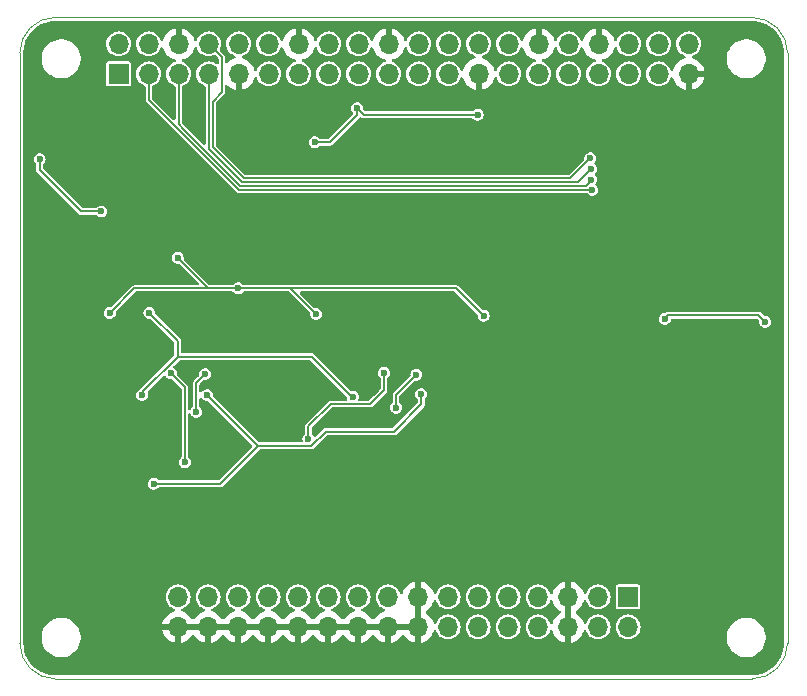
<source format=gbl>
G04 #@! TF.GenerationSoftware,KiCad,Pcbnew,8.0.6-8.0.6-0~ubuntu22.04.1*
G04 #@! TF.CreationDate,2024-12-26T22:40:20+01:00*
G04 #@! TF.ProjectId,ohsim_hat,6f687369-6d5f-4686-9174-2e6b69636164,rev?*
G04 #@! TF.SameCoordinates,Original*
G04 #@! TF.FileFunction,Copper,L2,Bot*
G04 #@! TF.FilePolarity,Positive*
%FSLAX46Y46*%
G04 Gerber Fmt 4.6, Leading zero omitted, Abs format (unit mm)*
G04 Created by KiCad (PCBNEW 8.0.6-8.0.6-0~ubuntu22.04.1) date 2024-12-26 22:40:20*
%MOMM*%
%LPD*%
G01*
G04 APERTURE LIST*
G04 #@! TA.AperFunction,ComponentPad*
%ADD10R,1.700000X1.700000*%
G04 #@! TD*
G04 #@! TA.AperFunction,ComponentPad*
%ADD11O,1.700000X1.700000*%
G04 #@! TD*
G04 #@! TA.AperFunction,ViaPad*
%ADD12C,0.600000*%
G04 #@! TD*
G04 #@! TA.AperFunction,Conductor*
%ADD13C,0.200000*%
G04 #@! TD*
G04 #@! TA.AperFunction,Conductor*
%ADD14C,0.127000*%
G04 #@! TD*
G04 #@! TA.AperFunction,Profile*
%ADD15C,0.100000*%
G04 #@! TD*
G04 APERTURE END LIST*
D10*
X151500000Y-93060000D03*
D11*
X151500000Y-95600000D03*
X148960000Y-93060000D03*
X148960000Y-95600000D03*
X146420000Y-93060000D03*
X146420000Y-95600000D03*
X143880000Y-93060000D03*
X143880000Y-95600000D03*
X141340000Y-93060000D03*
X141340000Y-95600000D03*
X138800000Y-93060000D03*
X138800000Y-95600000D03*
X136260000Y-93060000D03*
X136260000Y-95600000D03*
X133720000Y-93060000D03*
X133720000Y-95600000D03*
X131180000Y-93060000D03*
X131180000Y-95600000D03*
X128640000Y-93060000D03*
X128640000Y-95600000D03*
X126100000Y-93060000D03*
X126100000Y-95600000D03*
X123560000Y-93060000D03*
X123560000Y-95600000D03*
X121020000Y-93060000D03*
X121020000Y-95600000D03*
X118480000Y-93060000D03*
X118480000Y-95600000D03*
X115940000Y-93060000D03*
X115940000Y-95600000D03*
X113400000Y-93060000D03*
X113400000Y-95600000D03*
D10*
X108370000Y-48780000D03*
D11*
X108370000Y-46240000D03*
X110910000Y-48780000D03*
X110910000Y-46240000D03*
X113450000Y-48780000D03*
X113450000Y-46240000D03*
X115990000Y-48780000D03*
X115990000Y-46240000D03*
X118530000Y-48780000D03*
X118530000Y-46240000D03*
X121070000Y-48780000D03*
X121070000Y-46240000D03*
X123610000Y-48780000D03*
X123610000Y-46240000D03*
X126150000Y-48780000D03*
X126150000Y-46240000D03*
X128690000Y-48780000D03*
X128690000Y-46240000D03*
X131230000Y-48780000D03*
X131230000Y-46240000D03*
X133770000Y-48780000D03*
X133770000Y-46240000D03*
X136310000Y-48780000D03*
X136310000Y-46240000D03*
X138850000Y-48780000D03*
X138850000Y-46240000D03*
X141390000Y-48780000D03*
X141390000Y-46240000D03*
X143930000Y-48780000D03*
X143930000Y-46240000D03*
X146470000Y-48780000D03*
X146470000Y-46240000D03*
X149010000Y-48780000D03*
X149010000Y-46240000D03*
X151550000Y-48780000D03*
X151550000Y-46240000D03*
X154090000Y-48780000D03*
X154090000Y-46240000D03*
X156630000Y-48780000D03*
X156630000Y-46240000D03*
D12*
X113157200Y-77394000D03*
X117199428Y-89687600D03*
X163296800Y-59360000D03*
X122235884Y-88265200D03*
X132918400Y-76987600D03*
X115240000Y-53924400D03*
X126822400Y-83490000D03*
X131191200Y-84760000D03*
X115240000Y-51892400D03*
X114681200Y-88265200D03*
X118694400Y-84404400D03*
X109855200Y-47472800D03*
X103251200Y-69520000D03*
X160452000Y-59360000D03*
X143180000Y-88316000D03*
X105080000Y-65456000D03*
X125704800Y-83490000D03*
X114224000Y-60376000D03*
X120320000Y-84760000D03*
X114681200Y-89687600D03*
X109252200Y-75216855D03*
X143180000Y-89840000D03*
X116764000Y-69520000D03*
X103251200Y-71704400D03*
X104978400Y-69520000D03*
X136728400Y-76022400D03*
X119717656Y-89687600D03*
X100762000Y-60579200D03*
X121844000Y-83236000D03*
X123876000Y-78156000D03*
X118288000Y-71044000D03*
X140589200Y-89840000D03*
X119717656Y-88265200D03*
X118643600Y-75260400D03*
X123368000Y-83236000D03*
X102895600Y-60223600D03*
X112090400Y-47523600D03*
X104978400Y-71704400D03*
X129362400Y-79680000D03*
X116764000Y-71044000D03*
X161976000Y-59360000D03*
X114173200Y-51892400D03*
X119304000Y-61341200D03*
X115240000Y-53010000D03*
X122235884Y-89687600D03*
X116306800Y-79680000D03*
X129362400Y-81762800D03*
X129790568Y-88265200D03*
X132308800Y-88265200D03*
X122860000Y-78105200D03*
X124754112Y-89687600D03*
X104978400Y-70586800D03*
X127272340Y-89687600D03*
X117780000Y-79730800D03*
X118796000Y-60376000D03*
X107061200Y-54534000D03*
X129790568Y-89687600D03*
X120269200Y-60376000D03*
X115240000Y-69520000D03*
X103505200Y-53873600D03*
X123368000Y-81712000D03*
X124754112Y-88265200D03*
X105080000Y-64440000D03*
X128143200Y-75311200D03*
X122352000Y-81712000D03*
X127889200Y-80848400D03*
X124384000Y-77140000D03*
X103251200Y-70586800D03*
X111684000Y-60376000D03*
X130480000Y-79680000D03*
X163296800Y-60579200D03*
X123368000Y-77140000D03*
X117199428Y-88265200D03*
X127272340Y-88265200D03*
X129057600Y-84764700D03*
X122352000Y-77140000D03*
X161976000Y-60579200D03*
X103556000Y-64440000D03*
X132308800Y-89687600D03*
X118288000Y-69520000D03*
X104064000Y-65456000D03*
X106248400Y-54534000D03*
X117780000Y-81204000D03*
X113208000Y-60376000D03*
X117729200Y-84404400D03*
X110363200Y-75971600D03*
X128194000Y-76124000D03*
X110972800Y-69012000D03*
X128549600Y-51689200D03*
X138760400Y-52248000D03*
X124968200Y-54559400D03*
X154610000Y-69520000D03*
X163093600Y-69774000D03*
X113360400Y-64338400D03*
X125095200Y-69113600D03*
X139268400Y-69266000D03*
X118491200Y-66929200D03*
X107620000Y-69012000D03*
X115697200Y-74193600D03*
X114935200Y-77394000D03*
X113970000Y-81661200D03*
X112801600Y-74142800D03*
X131851600Y-77038400D03*
X133578800Y-74244400D03*
X130835600Y-74092000D03*
X124434800Y-79680000D03*
X111328400Y-83490000D03*
X115849600Y-75971600D03*
X133985200Y-75885100D03*
X101676400Y-56007200D03*
X106908800Y-60426800D03*
X148310800Y-55905600D03*
X148463200Y-58598000D03*
X148361600Y-57734400D03*
X148361600Y-56820000D03*
D13*
X128194000Y-76124000D02*
X128107471Y-76124000D01*
X118643600Y-72720400D02*
X113375471Y-72720400D01*
X124703871Y-72720400D02*
X118643600Y-72720400D01*
X113375471Y-71414671D02*
X113375471Y-72720400D01*
X110972800Y-69012000D02*
X113375471Y-71414671D01*
X110363200Y-75732671D02*
X110363200Y-75971600D01*
X113375471Y-72720400D02*
X110363200Y-75732671D01*
X128107471Y-76124000D02*
X124703871Y-72720400D01*
X126238200Y-54559400D02*
X128549600Y-52248000D01*
X155219600Y-69215200D02*
X154914800Y-69215200D01*
X162534800Y-69215200D02*
X155219600Y-69215200D01*
X138760400Y-52248000D02*
X129108400Y-52248000D01*
X124968200Y-54559400D02*
X126238200Y-54559400D01*
X128549600Y-52248000D02*
X128549600Y-51689200D01*
X129108400Y-52248000D02*
X128549600Y-51689200D01*
X163093600Y-69774000D02*
X162534800Y-69215200D01*
X154914800Y-69215200D02*
X154610000Y-69520000D01*
D14*
X122910800Y-66929200D02*
X124993600Y-69012000D01*
X122707600Y-66929200D02*
X136931600Y-66929200D01*
X118491200Y-66929200D02*
X115951200Y-66929200D01*
X115951200Y-66929200D02*
X109702800Y-66929200D01*
X109702800Y-66929200D02*
X107620000Y-69012000D01*
X122707600Y-66929200D02*
X122910800Y-66929200D01*
X115951200Y-66929200D02*
X113360400Y-64338400D01*
X118491200Y-66929200D02*
X122707600Y-66929200D01*
X124993600Y-69012000D02*
X125095200Y-69113600D01*
X136931600Y-66929200D02*
X139268400Y-69266000D01*
X115697200Y-74193600D02*
X114935200Y-74955600D01*
X114935200Y-74955600D02*
X114935200Y-77394000D01*
X113970000Y-75311200D02*
X112801600Y-74142800D01*
X113970000Y-81661200D02*
X113970000Y-75311200D01*
X133578800Y-74244400D02*
X131851600Y-75971600D01*
X131851600Y-75971600D02*
X131851600Y-77038400D01*
X130835600Y-75565200D02*
X130581600Y-75819200D01*
X130835600Y-74092000D02*
X130835600Y-75565200D01*
X124434800Y-78613200D02*
X124434800Y-79680000D01*
X126314400Y-76733600D02*
X124434800Y-78613200D01*
X130581600Y-75819200D02*
X129667200Y-76733600D01*
X129667200Y-76733600D02*
X126314400Y-76733600D01*
D13*
X133985200Y-75885100D02*
X133985200Y-76769329D01*
X131674529Y-79080000D02*
X125883329Y-79080000D01*
X133985200Y-76769329D02*
X131674529Y-79080000D01*
X111328400Y-83490000D02*
X116948000Y-83490000D01*
X120158000Y-80280000D02*
X115849600Y-75971600D01*
X124683329Y-80280000D02*
X120158000Y-80280000D01*
X125883329Y-79080000D02*
X124683329Y-80280000D01*
X116948000Y-83490000D02*
X120158000Y-80280000D01*
X104978400Y-60223600D02*
X105181600Y-60426800D01*
X101676400Y-56007200D02*
X101676400Y-56921600D01*
X105181600Y-60426800D02*
X106908800Y-60426800D01*
X101676400Y-56921600D02*
X104978400Y-60223600D01*
D14*
X116317000Y-54985656D02*
X118948344Y-57617000D01*
X115990000Y-46240000D02*
X117103500Y-47353500D01*
X116317000Y-51120200D02*
X116317000Y-54985656D01*
X117103500Y-47353500D02*
X117103500Y-50333700D01*
X146599400Y-57617000D02*
X148310800Y-55905600D01*
X117103500Y-50333700D02*
X116317000Y-51120200D01*
X118948344Y-57617000D02*
X146599400Y-57617000D01*
X110910000Y-50966000D02*
X118542000Y-58598000D01*
X118542000Y-58598000D02*
X148463200Y-58598000D01*
X110910000Y-48780000D02*
X110910000Y-50966000D01*
X147926600Y-58271000D02*
X148260000Y-57937600D01*
X118677448Y-58271000D02*
X120828000Y-58271000D01*
X113450000Y-53043552D02*
X113845624Y-53439176D01*
X120828000Y-58271000D02*
X147926600Y-58271000D01*
X113450000Y-48780000D02*
X113450000Y-53043552D01*
X113845624Y-53439176D02*
X118677448Y-58271000D01*
X148260000Y-57937600D02*
X148260000Y-57836000D01*
X148260000Y-57836000D02*
X148361600Y-57734400D01*
X147237600Y-57944000D02*
X118812896Y-57944000D01*
X148361600Y-56820000D02*
X147237600Y-57944000D01*
X115990000Y-55121104D02*
X115990000Y-48780000D01*
X118812896Y-57944000D02*
X115990000Y-55121104D01*
G04 #@! TA.AperFunction,Conductor*
G36*
X115474075Y-95407007D02*
G01*
X115440000Y-95534174D01*
X115440000Y-95665826D01*
X115474075Y-95792993D01*
X115506988Y-95850000D01*
X113833012Y-95850000D01*
X113865925Y-95792993D01*
X113900000Y-95665826D01*
X113900000Y-95534174D01*
X113865925Y-95407007D01*
X113833012Y-95350000D01*
X115506988Y-95350000D01*
X115474075Y-95407007D01*
G37*
G04 #@! TD.AperFunction*
G04 #@! TA.AperFunction,Conductor*
G36*
X118014075Y-95407007D02*
G01*
X117980000Y-95534174D01*
X117980000Y-95665826D01*
X118014075Y-95792993D01*
X118046988Y-95850000D01*
X116373012Y-95850000D01*
X116405925Y-95792993D01*
X116440000Y-95665826D01*
X116440000Y-95534174D01*
X116405925Y-95407007D01*
X116373012Y-95350000D01*
X118046988Y-95350000D01*
X118014075Y-95407007D01*
G37*
G04 #@! TD.AperFunction*
G04 #@! TA.AperFunction,Conductor*
G36*
X120554075Y-95407007D02*
G01*
X120520000Y-95534174D01*
X120520000Y-95665826D01*
X120554075Y-95792993D01*
X120586988Y-95850000D01*
X118913012Y-95850000D01*
X118945925Y-95792993D01*
X118980000Y-95665826D01*
X118980000Y-95534174D01*
X118945925Y-95407007D01*
X118913012Y-95350000D01*
X120586988Y-95350000D01*
X120554075Y-95407007D01*
G37*
G04 #@! TD.AperFunction*
G04 #@! TA.AperFunction,Conductor*
G36*
X123094075Y-95407007D02*
G01*
X123060000Y-95534174D01*
X123060000Y-95665826D01*
X123094075Y-95792993D01*
X123126988Y-95850000D01*
X121453012Y-95850000D01*
X121485925Y-95792993D01*
X121520000Y-95665826D01*
X121520000Y-95534174D01*
X121485925Y-95407007D01*
X121453012Y-95350000D01*
X123126988Y-95350000D01*
X123094075Y-95407007D01*
G37*
G04 #@! TD.AperFunction*
G04 #@! TA.AperFunction,Conductor*
G36*
X125634075Y-95407007D02*
G01*
X125600000Y-95534174D01*
X125600000Y-95665826D01*
X125634075Y-95792993D01*
X125666988Y-95850000D01*
X123993012Y-95850000D01*
X124025925Y-95792993D01*
X124060000Y-95665826D01*
X124060000Y-95534174D01*
X124025925Y-95407007D01*
X123993012Y-95350000D01*
X125666988Y-95350000D01*
X125634075Y-95407007D01*
G37*
G04 #@! TD.AperFunction*
G04 #@! TA.AperFunction,Conductor*
G36*
X128174075Y-95407007D02*
G01*
X128140000Y-95534174D01*
X128140000Y-95665826D01*
X128174075Y-95792993D01*
X128206988Y-95850000D01*
X126533012Y-95850000D01*
X126565925Y-95792993D01*
X126600000Y-95665826D01*
X126600000Y-95534174D01*
X126565925Y-95407007D01*
X126533012Y-95350000D01*
X128206988Y-95350000D01*
X128174075Y-95407007D01*
G37*
G04 #@! TD.AperFunction*
G04 #@! TA.AperFunction,Conductor*
G36*
X130714075Y-95407007D02*
G01*
X130680000Y-95534174D01*
X130680000Y-95665826D01*
X130714075Y-95792993D01*
X130746988Y-95850000D01*
X129073012Y-95850000D01*
X129105925Y-95792993D01*
X129140000Y-95665826D01*
X129140000Y-95534174D01*
X129105925Y-95407007D01*
X129073012Y-95350000D01*
X130746988Y-95350000D01*
X130714075Y-95407007D01*
G37*
G04 #@! TD.AperFunction*
G04 #@! TA.AperFunction,Conductor*
G36*
X133254075Y-95407007D02*
G01*
X133220000Y-95534174D01*
X133220000Y-95665826D01*
X133254075Y-95792993D01*
X133286988Y-95850000D01*
X131613012Y-95850000D01*
X131645925Y-95792993D01*
X131680000Y-95665826D01*
X131680000Y-95534174D01*
X131645925Y-95407007D01*
X131613012Y-95350000D01*
X133286988Y-95350000D01*
X133254075Y-95407007D01*
G37*
G04 #@! TD.AperFunction*
G04 #@! TA.AperFunction,Conductor*
G36*
X133970000Y-95166988D02*
G01*
X133912993Y-95134075D01*
X133785826Y-95100000D01*
X133654174Y-95100000D01*
X133527007Y-95134075D01*
X133470000Y-95166988D01*
X133470000Y-93493012D01*
X133527007Y-93525925D01*
X133654174Y-93560000D01*
X133785826Y-93560000D01*
X133912993Y-93525925D01*
X133970000Y-93493012D01*
X133970000Y-95166988D01*
G37*
G04 #@! TD.AperFunction*
G04 #@! TA.AperFunction,Conductor*
G36*
X146670000Y-95166988D02*
G01*
X146612993Y-95134075D01*
X146485826Y-95100000D01*
X146354174Y-95100000D01*
X146227007Y-95134075D01*
X146170000Y-95166988D01*
X146170000Y-93493012D01*
X146227007Y-93525925D01*
X146354174Y-93560000D01*
X146485826Y-93560000D01*
X146612993Y-93525925D01*
X146670000Y-93493012D01*
X146670000Y-95166988D01*
G37*
G04 #@! TD.AperFunction*
G04 #@! TA.AperFunction,Conductor*
G36*
X124595077Y-73040585D02*
G01*
X124615719Y-73057219D01*
X127660151Y-76101651D01*
X127693636Y-76162974D01*
X127695208Y-76171684D01*
X127708834Y-76266453D01*
X127708835Y-76266458D01*
X127721454Y-76294088D01*
X127731398Y-76363246D01*
X127702373Y-76426802D01*
X127643596Y-76464577D01*
X127608660Y-76469600D01*
X126261887Y-76469600D01*
X126255852Y-76472100D01*
X126255850Y-76472101D01*
X126255848Y-76472101D01*
X126164861Y-76509788D01*
X126164853Y-76509793D01*
X124285256Y-78389392D01*
X124210993Y-78463654D01*
X124170800Y-78560686D01*
X124170800Y-79187007D01*
X124151115Y-79254046D01*
X124113842Y-79291321D01*
X124103672Y-79297856D01*
X124103666Y-79297862D01*
X124009425Y-79406622D01*
X124009422Y-79406628D01*
X123949634Y-79537543D01*
X123929153Y-79680000D01*
X123950897Y-79831235D01*
X123949079Y-79831496D01*
X123949078Y-79890438D01*
X123911302Y-79949215D01*
X123847745Y-79978238D01*
X123830102Y-79979500D01*
X120333833Y-79979500D01*
X120266794Y-79959815D01*
X120246152Y-79943181D01*
X116388995Y-76086024D01*
X116355510Y-76024701D01*
X116353939Y-75980694D01*
X116355247Y-75971600D01*
X116334765Y-75829143D01*
X116274977Y-75698227D01*
X116180728Y-75589457D01*
X116059653Y-75511647D01*
X116059651Y-75511646D01*
X116059649Y-75511645D01*
X116059650Y-75511645D01*
X115921563Y-75471100D01*
X115921561Y-75471100D01*
X115777639Y-75471100D01*
X115777636Y-75471100D01*
X115639549Y-75511645D01*
X115518473Y-75589456D01*
X115518472Y-75589456D01*
X115518472Y-75589457D01*
X115456485Y-75660995D01*
X115418415Y-75704930D01*
X115416141Y-75702959D01*
X115374708Y-75738860D01*
X115305549Y-75748801D01*
X115241994Y-75719774D01*
X115204222Y-75660995D01*
X115199200Y-75626064D01*
X115199200Y-75116313D01*
X115218885Y-75049274D01*
X115235515Y-75028636D01*
X115533732Y-74730418D01*
X115595055Y-74696934D01*
X115621413Y-74694100D01*
X115769162Y-74694100D01*
X115769162Y-74694099D01*
X115907253Y-74653553D01*
X116028328Y-74575743D01*
X116122577Y-74466973D01*
X116182365Y-74336057D01*
X116202847Y-74193600D01*
X116182365Y-74051143D01*
X116122577Y-73920227D01*
X116028328Y-73811457D01*
X115907253Y-73733647D01*
X115907251Y-73733646D01*
X115907249Y-73733645D01*
X115907250Y-73733645D01*
X115769163Y-73693100D01*
X115769161Y-73693100D01*
X115625239Y-73693100D01*
X115625236Y-73693100D01*
X115487149Y-73733645D01*
X115366073Y-73811456D01*
X115271823Y-73920226D01*
X115271822Y-73920228D01*
X115212034Y-74051143D01*
X115191553Y-74193600D01*
X115199349Y-74247826D01*
X115189405Y-74316985D01*
X115164293Y-74353153D01*
X115099163Y-74418282D01*
X114785656Y-74731792D01*
X114711393Y-74806054D01*
X114671200Y-74903086D01*
X114671200Y-76901007D01*
X114651515Y-76968046D01*
X114614242Y-77005321D01*
X114604072Y-77011856D01*
X114604066Y-77011862D01*
X114509825Y-77120622D01*
X114509822Y-77120628D01*
X114470794Y-77206087D01*
X114425039Y-77258891D01*
X114357999Y-77278575D01*
X114290960Y-77258890D01*
X114245205Y-77206086D01*
X114234000Y-77154575D01*
X114234000Y-75258688D01*
X114234000Y-75258687D01*
X114193808Y-75161656D01*
X114119544Y-75087392D01*
X113334507Y-74302355D01*
X113301022Y-74241032D01*
X113299450Y-74197028D01*
X113307247Y-74142800D01*
X113286765Y-74000343D01*
X113226977Y-73869427D01*
X113132728Y-73760657D01*
X113035381Y-73698096D01*
X112989627Y-73645293D01*
X112979683Y-73576134D01*
X113008708Y-73512579D01*
X113014723Y-73506117D01*
X113463623Y-73057219D01*
X113524946Y-73023734D01*
X113551304Y-73020900D01*
X118604038Y-73020900D01*
X124528038Y-73020900D01*
X124595077Y-73040585D01*
G37*
G04 #@! TD.AperFunction*
G04 #@! TA.AperFunction,Conductor*
G36*
X114924745Y-46499454D02*
G01*
X114978623Y-46543939D01*
X114994593Y-46577447D01*
X115014768Y-46643954D01*
X115112315Y-46826450D01*
X115121765Y-46837965D01*
X115243589Y-46986410D01*
X115340209Y-47065702D01*
X115403550Y-47117685D01*
X115586046Y-47215232D01*
X115784066Y-47275300D01*
X115784065Y-47275300D01*
X115802529Y-47277118D01*
X115990000Y-47295583D01*
X116195934Y-47275300D01*
X116393954Y-47215232D01*
X116441829Y-47189641D01*
X116510229Y-47175397D01*
X116575474Y-47200395D01*
X116587965Y-47211317D01*
X116803181Y-47426533D01*
X116836666Y-47487856D01*
X116839500Y-47514214D01*
X116839500Y-47856017D01*
X116819815Y-47923056D01*
X116767011Y-47968811D01*
X116697853Y-47978755D01*
X116636836Y-47951871D01*
X116576453Y-47902317D01*
X116576451Y-47902316D01*
X116576450Y-47902315D01*
X116393954Y-47804768D01*
X116195934Y-47744700D01*
X116195932Y-47744699D01*
X116195934Y-47744699D01*
X115990000Y-47724417D01*
X115784067Y-47744699D01*
X115649736Y-47785448D01*
X115586050Y-47804767D01*
X115586043Y-47804769D01*
X115498114Y-47851769D01*
X115403550Y-47902315D01*
X115403548Y-47902316D01*
X115403547Y-47902317D01*
X115243589Y-48033589D01*
X115112317Y-48193547D01*
X115014769Y-48376043D01*
X114954699Y-48574067D01*
X114934417Y-48780000D01*
X114954699Y-48985932D01*
X114954700Y-48985934D01*
X115014768Y-49183954D01*
X115112315Y-49366450D01*
X115112317Y-49366452D01*
X115243589Y-49526410D01*
X115309884Y-49580816D01*
X115403550Y-49657685D01*
X115586046Y-49755232D01*
X115637996Y-49770990D01*
X115696433Y-49809286D01*
X115724890Y-49873098D01*
X115726000Y-49889650D01*
X115726000Y-54646838D01*
X115706315Y-54713877D01*
X115653511Y-54759632D01*
X115584353Y-54769576D01*
X115520797Y-54740551D01*
X115514319Y-54734519D01*
X114086874Y-53307074D01*
X114086872Y-53307071D01*
X113750319Y-52970518D01*
X113716834Y-52909195D01*
X113714000Y-52882837D01*
X113714000Y-49889650D01*
X113733685Y-49822611D01*
X113786489Y-49776856D01*
X113801992Y-49770994D01*
X113853954Y-49755232D01*
X114036450Y-49657685D01*
X114196410Y-49526410D01*
X114327685Y-49366450D01*
X114425232Y-49183954D01*
X114485300Y-48985934D01*
X114505583Y-48780000D01*
X114485300Y-48574066D01*
X114425232Y-48376046D01*
X114327685Y-48193550D01*
X114252897Y-48102420D01*
X114196410Y-48033589D01*
X114046121Y-47910252D01*
X114036450Y-47902315D01*
X113853954Y-47804768D01*
X113787447Y-47784593D01*
X113729009Y-47746296D01*
X113700553Y-47682484D01*
X113711113Y-47613417D01*
X113757337Y-47561023D01*
X113791350Y-47546158D01*
X113913483Y-47513433D01*
X113913492Y-47513429D01*
X114127578Y-47413600D01*
X114321082Y-47278105D01*
X114488105Y-47111082D01*
X114623600Y-46917578D01*
X114723429Y-46703492D01*
X114723433Y-46703483D01*
X114756158Y-46581350D01*
X114792522Y-46521690D01*
X114855369Y-46491160D01*
X114924745Y-46499454D01*
G37*
G04 #@! TD.AperFunction*
G04 #@! TA.AperFunction,Conductor*
G36*
X162003472Y-44300695D02*
G01*
X162295306Y-44317084D01*
X162309103Y-44318638D01*
X162593827Y-44367015D01*
X162607384Y-44370109D01*
X162884899Y-44450060D01*
X162898025Y-44454653D01*
X163164841Y-44565172D01*
X163177355Y-44571198D01*
X163343444Y-44662992D01*
X163430125Y-44710899D01*
X163441899Y-44718297D01*
X163677430Y-44885415D01*
X163688302Y-44894085D01*
X163903642Y-45086524D01*
X163913475Y-45096357D01*
X164105914Y-45311697D01*
X164114584Y-45322569D01*
X164281702Y-45558100D01*
X164289100Y-45569874D01*
X164428797Y-45822637D01*
X164434830Y-45835165D01*
X164545346Y-46101975D01*
X164549939Y-46115100D01*
X164629890Y-46392615D01*
X164632984Y-46406172D01*
X164681359Y-46690885D01*
X164682916Y-46704703D01*
X164699305Y-46996527D01*
X164699500Y-47003480D01*
X164699500Y-96996519D01*
X164699305Y-97003472D01*
X164682916Y-97295296D01*
X164681359Y-97309114D01*
X164632984Y-97593827D01*
X164629890Y-97607384D01*
X164549939Y-97884899D01*
X164545346Y-97898024D01*
X164434830Y-98164834D01*
X164428797Y-98177362D01*
X164289100Y-98430125D01*
X164281702Y-98441899D01*
X164114584Y-98677430D01*
X164105914Y-98688302D01*
X163913475Y-98903642D01*
X163903642Y-98913475D01*
X163688302Y-99105914D01*
X163677430Y-99114584D01*
X163441899Y-99281702D01*
X163430125Y-99289100D01*
X163177362Y-99428797D01*
X163164834Y-99434830D01*
X162898024Y-99545346D01*
X162884899Y-99549939D01*
X162607384Y-99629890D01*
X162593827Y-99632984D01*
X162309114Y-99681359D01*
X162295296Y-99682916D01*
X162003472Y-99699305D01*
X161996519Y-99699500D01*
X103003481Y-99699500D01*
X102996528Y-99699305D01*
X102704703Y-99682916D01*
X102690885Y-99681359D01*
X102406172Y-99632984D01*
X102392615Y-99629890D01*
X102115100Y-99549939D01*
X102101975Y-99545346D01*
X101835165Y-99434830D01*
X101822637Y-99428797D01*
X101569874Y-99289100D01*
X101558100Y-99281702D01*
X101322569Y-99114584D01*
X101311697Y-99105914D01*
X101096357Y-98913475D01*
X101086524Y-98903642D01*
X100894085Y-98688302D01*
X100885415Y-98677430D01*
X100718297Y-98441899D01*
X100710899Y-98430125D01*
X100571202Y-98177362D01*
X100565172Y-98164841D01*
X100454653Y-97898024D01*
X100450060Y-97884899D01*
X100370109Y-97607384D01*
X100367015Y-97593827D01*
X100318638Y-97309103D01*
X100317084Y-97295306D01*
X100300695Y-97003472D01*
X100300500Y-96996519D01*
X100300500Y-96370097D01*
X101849500Y-96370097D01*
X101849500Y-96629902D01*
X101890140Y-96886493D01*
X101970422Y-97133576D01*
X101990496Y-97172972D01*
X102088366Y-97365051D01*
X102241069Y-97575229D01*
X102424771Y-97758931D01*
X102634949Y-97911634D01*
X102782445Y-97986787D01*
X102866423Y-98029577D01*
X102866425Y-98029577D01*
X102866428Y-98029579D01*
X103113507Y-98109860D01*
X103245706Y-98130797D01*
X103370098Y-98150500D01*
X103370103Y-98150500D01*
X103629902Y-98150500D01*
X103743298Y-98132539D01*
X103886493Y-98109860D01*
X104133572Y-98029579D01*
X104365051Y-97911634D01*
X104575229Y-97758931D01*
X104758931Y-97575229D01*
X104911634Y-97365051D01*
X105029579Y-97133572D01*
X105109860Y-96886493D01*
X105146432Y-96655583D01*
X105150500Y-96629902D01*
X105150500Y-96370097D01*
X105121413Y-96186452D01*
X105109860Y-96113507D01*
X105029579Y-95866428D01*
X105029577Y-95866425D01*
X105029577Y-95866423D01*
X104986787Y-95782445D01*
X104911634Y-95634949D01*
X104758931Y-95424771D01*
X104684159Y-95349999D01*
X112069364Y-95349999D01*
X112069364Y-95350000D01*
X112966988Y-95350000D01*
X112934075Y-95407007D01*
X112900000Y-95534174D01*
X112900000Y-95665826D01*
X112934075Y-95792993D01*
X112966988Y-95850000D01*
X112069364Y-95850000D01*
X112126567Y-96063486D01*
X112126570Y-96063492D01*
X112226399Y-96277578D01*
X112361894Y-96471082D01*
X112528917Y-96638105D01*
X112722421Y-96773600D01*
X112936507Y-96873429D01*
X112936516Y-96873433D01*
X113150000Y-96930634D01*
X113150000Y-96033012D01*
X113207007Y-96065925D01*
X113334174Y-96100000D01*
X113465826Y-96100000D01*
X113592993Y-96065925D01*
X113650000Y-96033012D01*
X113650000Y-96930633D01*
X113863483Y-96873433D01*
X113863492Y-96873429D01*
X114077578Y-96773600D01*
X114271082Y-96638105D01*
X114438105Y-96471082D01*
X114568425Y-96284968D01*
X114623002Y-96241344D01*
X114692501Y-96234151D01*
X114754855Y-96265673D01*
X114771575Y-96284968D01*
X114901894Y-96471082D01*
X115068917Y-96638105D01*
X115262421Y-96773600D01*
X115476507Y-96873429D01*
X115476516Y-96873433D01*
X115690000Y-96930634D01*
X115690000Y-96033012D01*
X115747007Y-96065925D01*
X115874174Y-96100000D01*
X116005826Y-96100000D01*
X116132993Y-96065925D01*
X116190000Y-96033012D01*
X116190000Y-96930633D01*
X116403483Y-96873433D01*
X116403492Y-96873429D01*
X116617578Y-96773600D01*
X116811082Y-96638105D01*
X116978105Y-96471082D01*
X117108425Y-96284968D01*
X117163002Y-96241344D01*
X117232501Y-96234151D01*
X117294855Y-96265673D01*
X117311575Y-96284968D01*
X117441894Y-96471082D01*
X117608917Y-96638105D01*
X117802421Y-96773600D01*
X118016507Y-96873429D01*
X118016516Y-96873433D01*
X118230000Y-96930634D01*
X118230000Y-96033012D01*
X118287007Y-96065925D01*
X118414174Y-96100000D01*
X118545826Y-96100000D01*
X118672993Y-96065925D01*
X118730000Y-96033012D01*
X118730000Y-96930633D01*
X118943483Y-96873433D01*
X118943492Y-96873429D01*
X119157578Y-96773600D01*
X119351082Y-96638105D01*
X119518105Y-96471082D01*
X119648425Y-96284968D01*
X119703002Y-96241344D01*
X119772501Y-96234151D01*
X119834855Y-96265673D01*
X119851575Y-96284968D01*
X119981894Y-96471082D01*
X120148917Y-96638105D01*
X120342421Y-96773600D01*
X120556507Y-96873429D01*
X120556516Y-96873433D01*
X120770000Y-96930634D01*
X120770000Y-96033012D01*
X120827007Y-96065925D01*
X120954174Y-96100000D01*
X121085826Y-96100000D01*
X121212993Y-96065925D01*
X121270000Y-96033012D01*
X121270000Y-96930633D01*
X121483483Y-96873433D01*
X121483492Y-96873429D01*
X121697578Y-96773600D01*
X121891082Y-96638105D01*
X122058105Y-96471082D01*
X122188425Y-96284968D01*
X122243002Y-96241344D01*
X122312501Y-96234151D01*
X122374855Y-96265673D01*
X122391575Y-96284968D01*
X122521894Y-96471082D01*
X122688917Y-96638105D01*
X122882421Y-96773600D01*
X123096507Y-96873429D01*
X123096516Y-96873433D01*
X123310000Y-96930634D01*
X123310000Y-96033012D01*
X123367007Y-96065925D01*
X123494174Y-96100000D01*
X123625826Y-96100000D01*
X123752993Y-96065925D01*
X123810000Y-96033012D01*
X123810000Y-96930634D01*
X124023483Y-96873433D01*
X124023492Y-96873429D01*
X124237578Y-96773600D01*
X124431082Y-96638105D01*
X124598105Y-96471082D01*
X124728425Y-96284968D01*
X124783002Y-96241344D01*
X124852501Y-96234151D01*
X124914855Y-96265673D01*
X124931575Y-96284968D01*
X125061894Y-96471082D01*
X125228917Y-96638105D01*
X125422421Y-96773600D01*
X125636507Y-96873429D01*
X125636516Y-96873433D01*
X125850000Y-96930634D01*
X125850000Y-96033012D01*
X125907007Y-96065925D01*
X126034174Y-96100000D01*
X126165826Y-96100000D01*
X126292993Y-96065925D01*
X126350000Y-96033012D01*
X126350000Y-96930634D01*
X126563483Y-96873433D01*
X126563492Y-96873429D01*
X126777578Y-96773600D01*
X126971082Y-96638105D01*
X127138105Y-96471082D01*
X127268425Y-96284968D01*
X127323002Y-96241344D01*
X127392501Y-96234151D01*
X127454855Y-96265673D01*
X127471575Y-96284968D01*
X127601894Y-96471082D01*
X127768917Y-96638105D01*
X127962421Y-96773600D01*
X128176507Y-96873429D01*
X128176516Y-96873433D01*
X128390000Y-96930634D01*
X128390000Y-96033012D01*
X128447007Y-96065925D01*
X128574174Y-96100000D01*
X128705826Y-96100000D01*
X128832993Y-96065925D01*
X128890000Y-96033012D01*
X128890000Y-96930634D01*
X129103483Y-96873433D01*
X129103492Y-96873429D01*
X129317578Y-96773600D01*
X129511082Y-96638105D01*
X129678105Y-96471082D01*
X129808425Y-96284968D01*
X129863002Y-96241344D01*
X129932501Y-96234151D01*
X129994855Y-96265673D01*
X130011575Y-96284968D01*
X130141894Y-96471082D01*
X130308917Y-96638105D01*
X130502421Y-96773600D01*
X130716507Y-96873429D01*
X130716516Y-96873433D01*
X130930000Y-96930634D01*
X130930000Y-96033012D01*
X130987007Y-96065925D01*
X131114174Y-96100000D01*
X131245826Y-96100000D01*
X131372993Y-96065925D01*
X131430000Y-96033012D01*
X131430000Y-96930634D01*
X131643483Y-96873433D01*
X131643492Y-96873429D01*
X131857578Y-96773600D01*
X132051082Y-96638105D01*
X132218105Y-96471082D01*
X132348425Y-96284968D01*
X132403002Y-96241344D01*
X132472501Y-96234151D01*
X132534855Y-96265673D01*
X132551575Y-96284968D01*
X132681894Y-96471082D01*
X132848917Y-96638105D01*
X133042421Y-96773600D01*
X133256507Y-96873429D01*
X133256516Y-96873433D01*
X133470000Y-96930634D01*
X133470000Y-96033012D01*
X133527007Y-96065925D01*
X133654174Y-96100000D01*
X133785826Y-96100000D01*
X133912993Y-96065925D01*
X133970000Y-96033012D01*
X133970000Y-96930634D01*
X134183483Y-96873433D01*
X134183492Y-96873429D01*
X134397578Y-96773600D01*
X134591082Y-96638105D01*
X134758105Y-96471082D01*
X134893600Y-96277578D01*
X134993429Y-96063492D01*
X134993433Y-96063483D01*
X135026158Y-95941350D01*
X135062522Y-95881690D01*
X135125369Y-95851160D01*
X135194745Y-95859454D01*
X135248623Y-95903939D01*
X135264593Y-95937447D01*
X135284768Y-96003954D01*
X135382315Y-96186450D01*
X135382317Y-96186452D01*
X135513589Y-96346410D01*
X135610209Y-96425702D01*
X135673550Y-96477685D01*
X135856046Y-96575232D01*
X136054066Y-96635300D01*
X136054065Y-96635300D01*
X136072529Y-96637118D01*
X136260000Y-96655583D01*
X136465934Y-96635300D01*
X136663954Y-96575232D01*
X136846450Y-96477685D01*
X137006410Y-96346410D01*
X137137685Y-96186450D01*
X137235232Y-96003954D01*
X137295300Y-95805934D01*
X137315583Y-95600000D01*
X137744417Y-95600000D01*
X137764699Y-95805932D01*
X137764700Y-95805934D01*
X137824768Y-96003954D01*
X137922315Y-96186450D01*
X137922317Y-96186452D01*
X138053589Y-96346410D01*
X138150209Y-96425702D01*
X138213550Y-96477685D01*
X138396046Y-96575232D01*
X138594066Y-96635300D01*
X138594065Y-96635300D01*
X138612529Y-96637118D01*
X138800000Y-96655583D01*
X139005934Y-96635300D01*
X139203954Y-96575232D01*
X139386450Y-96477685D01*
X139546410Y-96346410D01*
X139677685Y-96186450D01*
X139775232Y-96003954D01*
X139835300Y-95805934D01*
X139855583Y-95600000D01*
X140284417Y-95600000D01*
X140304699Y-95805932D01*
X140304700Y-95805934D01*
X140364768Y-96003954D01*
X140462315Y-96186450D01*
X140462317Y-96186452D01*
X140593589Y-96346410D01*
X140690209Y-96425702D01*
X140753550Y-96477685D01*
X140936046Y-96575232D01*
X141134066Y-96635300D01*
X141134065Y-96635300D01*
X141152529Y-96637118D01*
X141340000Y-96655583D01*
X141545934Y-96635300D01*
X141743954Y-96575232D01*
X141926450Y-96477685D01*
X142086410Y-96346410D01*
X142217685Y-96186450D01*
X142315232Y-96003954D01*
X142375300Y-95805934D01*
X142395583Y-95600000D01*
X142375300Y-95394066D01*
X142315232Y-95196046D01*
X142217685Y-95013550D01*
X142116406Y-94890140D01*
X142086410Y-94853589D01*
X141968677Y-94756969D01*
X141926450Y-94722315D01*
X141743954Y-94624768D01*
X141545934Y-94564700D01*
X141545932Y-94564699D01*
X141545934Y-94564699D01*
X141340000Y-94544417D01*
X141134067Y-94564699D01*
X140936043Y-94624769D01*
X140825898Y-94683643D01*
X140753550Y-94722315D01*
X140753548Y-94722316D01*
X140753547Y-94722317D01*
X140593589Y-94853589D01*
X140462317Y-95013547D01*
X140364769Y-95196043D01*
X140304699Y-95394067D01*
X140284417Y-95600000D01*
X139855583Y-95600000D01*
X139835300Y-95394066D01*
X139775232Y-95196046D01*
X139677685Y-95013550D01*
X139576406Y-94890140D01*
X139546410Y-94853589D01*
X139428677Y-94756969D01*
X139386450Y-94722315D01*
X139203954Y-94624768D01*
X139005934Y-94564700D01*
X139005932Y-94564699D01*
X139005934Y-94564699D01*
X138800000Y-94544417D01*
X138594067Y-94564699D01*
X138396043Y-94624769D01*
X138285898Y-94683643D01*
X138213550Y-94722315D01*
X138213548Y-94722316D01*
X138213547Y-94722317D01*
X138053589Y-94853589D01*
X137922317Y-95013547D01*
X137824769Y-95196043D01*
X137764699Y-95394067D01*
X137744417Y-95600000D01*
X137315583Y-95600000D01*
X137295300Y-95394066D01*
X137235232Y-95196046D01*
X137137685Y-95013550D01*
X137036406Y-94890140D01*
X137006410Y-94853589D01*
X136888677Y-94756969D01*
X136846450Y-94722315D01*
X136663954Y-94624768D01*
X136465934Y-94564700D01*
X136465932Y-94564699D01*
X136465934Y-94564699D01*
X136260000Y-94544417D01*
X136054067Y-94564699D01*
X135856043Y-94624769D01*
X135745898Y-94683643D01*
X135673550Y-94722315D01*
X135673548Y-94722316D01*
X135673547Y-94722317D01*
X135513589Y-94853589D01*
X135382317Y-95013547D01*
X135284767Y-95196046D01*
X135264593Y-95262552D01*
X135226296Y-95320990D01*
X135162483Y-95349447D01*
X135093416Y-95338886D01*
X135041023Y-95292661D01*
X135026158Y-95258649D01*
X134993433Y-95136516D01*
X134993429Y-95136507D01*
X134893600Y-94922422D01*
X134893599Y-94922420D01*
X134758113Y-94728926D01*
X134758108Y-94728920D01*
X134591082Y-94561894D01*
X134404968Y-94431575D01*
X134361344Y-94376998D01*
X134354151Y-94307499D01*
X134385673Y-94245145D01*
X134404968Y-94228425D01*
X134591082Y-94098105D01*
X134758105Y-93931082D01*
X134893600Y-93737578D01*
X134993429Y-93523492D01*
X134993433Y-93523483D01*
X135026158Y-93401350D01*
X135062522Y-93341690D01*
X135125369Y-93311160D01*
X135194745Y-93319454D01*
X135248623Y-93363939D01*
X135264593Y-93397447D01*
X135284768Y-93463954D01*
X135382315Y-93646450D01*
X135382317Y-93646452D01*
X135513589Y-93806410D01*
X135610209Y-93885702D01*
X135673550Y-93937685D01*
X135856046Y-94035232D01*
X136054066Y-94095300D01*
X136054065Y-94095300D01*
X136072529Y-94097118D01*
X136260000Y-94115583D01*
X136465934Y-94095300D01*
X136663954Y-94035232D01*
X136846450Y-93937685D01*
X137006410Y-93806410D01*
X137137685Y-93646450D01*
X137235232Y-93463954D01*
X137295300Y-93265934D01*
X137315583Y-93060000D01*
X137744417Y-93060000D01*
X137764699Y-93265932D01*
X137764700Y-93265934D01*
X137824768Y-93463954D01*
X137922315Y-93646450D01*
X137922317Y-93646452D01*
X138053589Y-93806410D01*
X138150209Y-93885702D01*
X138213550Y-93937685D01*
X138396046Y-94035232D01*
X138594066Y-94095300D01*
X138594065Y-94095300D01*
X138612529Y-94097118D01*
X138800000Y-94115583D01*
X139005934Y-94095300D01*
X139203954Y-94035232D01*
X139386450Y-93937685D01*
X139546410Y-93806410D01*
X139677685Y-93646450D01*
X139775232Y-93463954D01*
X139835300Y-93265934D01*
X139855583Y-93060000D01*
X140284417Y-93060000D01*
X140304699Y-93265932D01*
X140304700Y-93265934D01*
X140364768Y-93463954D01*
X140462315Y-93646450D01*
X140462317Y-93646452D01*
X140593589Y-93806410D01*
X140690209Y-93885702D01*
X140753550Y-93937685D01*
X140936046Y-94035232D01*
X141134066Y-94095300D01*
X141134065Y-94095300D01*
X141152529Y-94097118D01*
X141340000Y-94115583D01*
X141545934Y-94095300D01*
X141743954Y-94035232D01*
X141926450Y-93937685D01*
X142086410Y-93806410D01*
X142217685Y-93646450D01*
X142315232Y-93463954D01*
X142375300Y-93265934D01*
X142395583Y-93060000D01*
X142824417Y-93060000D01*
X142844699Y-93265932D01*
X142844700Y-93265934D01*
X142904768Y-93463954D01*
X143002315Y-93646450D01*
X143002317Y-93646452D01*
X143133589Y-93806410D01*
X143230209Y-93885702D01*
X143293550Y-93937685D01*
X143476046Y-94035232D01*
X143674066Y-94095300D01*
X143674065Y-94095300D01*
X143692529Y-94097118D01*
X143880000Y-94115583D01*
X144085934Y-94095300D01*
X144283954Y-94035232D01*
X144466450Y-93937685D01*
X144626410Y-93806410D01*
X144757685Y-93646450D01*
X144855232Y-93463954D01*
X144875406Y-93397446D01*
X144913702Y-93339010D01*
X144977514Y-93310553D01*
X145046581Y-93321112D01*
X145098975Y-93367336D01*
X145113841Y-93401349D01*
X145146567Y-93523486D01*
X145146570Y-93523492D01*
X145246399Y-93737578D01*
X145381894Y-93931082D01*
X145548917Y-94098105D01*
X145735031Y-94228425D01*
X145778656Y-94283003D01*
X145785848Y-94352501D01*
X145754326Y-94414856D01*
X145735031Y-94431575D01*
X145548922Y-94561890D01*
X145548920Y-94561891D01*
X145381891Y-94728920D01*
X145381886Y-94728926D01*
X145246400Y-94922420D01*
X145246399Y-94922422D01*
X145146570Y-95136507D01*
X145146567Y-95136514D01*
X145113841Y-95258650D01*
X145077476Y-95318310D01*
X145014629Y-95348839D01*
X144945253Y-95340544D01*
X144891375Y-95296059D01*
X144875406Y-95262552D01*
X144855232Y-95196046D01*
X144757685Y-95013550D01*
X144656406Y-94890140D01*
X144626410Y-94853589D01*
X144508677Y-94756969D01*
X144466450Y-94722315D01*
X144283954Y-94624768D01*
X144085934Y-94564700D01*
X144085932Y-94564699D01*
X144085934Y-94564699D01*
X143880000Y-94544417D01*
X143674067Y-94564699D01*
X143476043Y-94624769D01*
X143365898Y-94683643D01*
X143293550Y-94722315D01*
X143293548Y-94722316D01*
X143293547Y-94722317D01*
X143133589Y-94853589D01*
X143002317Y-95013547D01*
X142904769Y-95196043D01*
X142844699Y-95394067D01*
X142824417Y-95600000D01*
X142844699Y-95805932D01*
X142844700Y-95805934D01*
X142904768Y-96003954D01*
X143002315Y-96186450D01*
X143002317Y-96186452D01*
X143133589Y-96346410D01*
X143230209Y-96425702D01*
X143293550Y-96477685D01*
X143476046Y-96575232D01*
X143674066Y-96635300D01*
X143674065Y-96635300D01*
X143692529Y-96637118D01*
X143880000Y-96655583D01*
X144085934Y-96635300D01*
X144283954Y-96575232D01*
X144466450Y-96477685D01*
X144626410Y-96346410D01*
X144757685Y-96186450D01*
X144855232Y-96003954D01*
X144875406Y-95937446D01*
X144913702Y-95879010D01*
X144977514Y-95850553D01*
X145046581Y-95861112D01*
X145098975Y-95907336D01*
X145113841Y-95941349D01*
X145146567Y-96063486D01*
X145146570Y-96063492D01*
X145246399Y-96277578D01*
X145381894Y-96471082D01*
X145548917Y-96638105D01*
X145742421Y-96773600D01*
X145956507Y-96873429D01*
X145956516Y-96873433D01*
X146170000Y-96930634D01*
X146170000Y-96033012D01*
X146227007Y-96065925D01*
X146354174Y-96100000D01*
X146485826Y-96100000D01*
X146612993Y-96065925D01*
X146670000Y-96033012D01*
X146670000Y-96930633D01*
X146883483Y-96873433D01*
X146883492Y-96873429D01*
X147097578Y-96773600D01*
X147291082Y-96638105D01*
X147458105Y-96471082D01*
X147593600Y-96277578D01*
X147693429Y-96063492D01*
X147693433Y-96063483D01*
X147726158Y-95941350D01*
X147762522Y-95881690D01*
X147825369Y-95851160D01*
X147894745Y-95859454D01*
X147948623Y-95903939D01*
X147964593Y-95937447D01*
X147984768Y-96003954D01*
X148082315Y-96186450D01*
X148082317Y-96186452D01*
X148213589Y-96346410D01*
X148310209Y-96425702D01*
X148373550Y-96477685D01*
X148556046Y-96575232D01*
X148754066Y-96635300D01*
X148754065Y-96635300D01*
X148772529Y-96637118D01*
X148960000Y-96655583D01*
X149165934Y-96635300D01*
X149363954Y-96575232D01*
X149546450Y-96477685D01*
X149706410Y-96346410D01*
X149837685Y-96186450D01*
X149935232Y-96003954D01*
X149995300Y-95805934D01*
X150015583Y-95600000D01*
X150444417Y-95600000D01*
X150464699Y-95805932D01*
X150464700Y-95805934D01*
X150524768Y-96003954D01*
X150622315Y-96186450D01*
X150622317Y-96186452D01*
X150753589Y-96346410D01*
X150850209Y-96425702D01*
X150913550Y-96477685D01*
X151096046Y-96575232D01*
X151294066Y-96635300D01*
X151294065Y-96635300D01*
X151312529Y-96637118D01*
X151500000Y-96655583D01*
X151705934Y-96635300D01*
X151903954Y-96575232D01*
X152086450Y-96477685D01*
X152217547Y-96370097D01*
X159849500Y-96370097D01*
X159849500Y-96629902D01*
X159890140Y-96886493D01*
X159970422Y-97133576D01*
X159990496Y-97172972D01*
X160088366Y-97365051D01*
X160241069Y-97575229D01*
X160424771Y-97758931D01*
X160634949Y-97911634D01*
X160782445Y-97986787D01*
X160866423Y-98029577D01*
X160866425Y-98029577D01*
X160866428Y-98029579D01*
X161113507Y-98109860D01*
X161245706Y-98130797D01*
X161370098Y-98150500D01*
X161370103Y-98150500D01*
X161629902Y-98150500D01*
X161743298Y-98132539D01*
X161886493Y-98109860D01*
X162133572Y-98029579D01*
X162365051Y-97911634D01*
X162575229Y-97758931D01*
X162758931Y-97575229D01*
X162911634Y-97365051D01*
X163029579Y-97133572D01*
X163109860Y-96886493D01*
X163146432Y-96655583D01*
X163150500Y-96629902D01*
X163150500Y-96370097D01*
X163121413Y-96186452D01*
X163109860Y-96113507D01*
X163029579Y-95866428D01*
X163029577Y-95866425D01*
X163029577Y-95866423D01*
X162986787Y-95782445D01*
X162911634Y-95634949D01*
X162758931Y-95424771D01*
X162575229Y-95241069D01*
X162365051Y-95088366D01*
X162292764Y-95051534D01*
X162133576Y-94970422D01*
X161886493Y-94890140D01*
X161629902Y-94849500D01*
X161629897Y-94849500D01*
X161370103Y-94849500D01*
X161370098Y-94849500D01*
X161113506Y-94890140D01*
X160866423Y-94970422D01*
X160634945Y-95088368D01*
X160424774Y-95241066D01*
X160424768Y-95241071D01*
X160241071Y-95424768D01*
X160241066Y-95424774D01*
X160088368Y-95634945D01*
X159970422Y-95866423D01*
X159890140Y-96113506D01*
X159849500Y-96370097D01*
X152217547Y-96370097D01*
X152246410Y-96346410D01*
X152377685Y-96186450D01*
X152475232Y-96003954D01*
X152535300Y-95805934D01*
X152555583Y-95600000D01*
X152535300Y-95394066D01*
X152475232Y-95196046D01*
X152377685Y-95013550D01*
X152276406Y-94890140D01*
X152246410Y-94853589D01*
X152128677Y-94756969D01*
X152086450Y-94722315D01*
X151903954Y-94624768D01*
X151705934Y-94564700D01*
X151705932Y-94564699D01*
X151705934Y-94564699D01*
X151500000Y-94544417D01*
X151294067Y-94564699D01*
X151096043Y-94624769D01*
X150985898Y-94683643D01*
X150913550Y-94722315D01*
X150913548Y-94722316D01*
X150913547Y-94722317D01*
X150753589Y-94853589D01*
X150622317Y-95013547D01*
X150524769Y-95196043D01*
X150464699Y-95394067D01*
X150444417Y-95600000D01*
X150015583Y-95600000D01*
X149995300Y-95394066D01*
X149935232Y-95196046D01*
X149837685Y-95013550D01*
X149736406Y-94890140D01*
X149706410Y-94853589D01*
X149588677Y-94756969D01*
X149546450Y-94722315D01*
X149363954Y-94624768D01*
X149165934Y-94564700D01*
X149165932Y-94564699D01*
X149165934Y-94564699D01*
X148960000Y-94544417D01*
X148754067Y-94564699D01*
X148556043Y-94624769D01*
X148445898Y-94683643D01*
X148373550Y-94722315D01*
X148373548Y-94722316D01*
X148373547Y-94722317D01*
X148213589Y-94853589D01*
X148082317Y-95013547D01*
X147984767Y-95196046D01*
X147964593Y-95262552D01*
X147926296Y-95320990D01*
X147862483Y-95349447D01*
X147793416Y-95338886D01*
X147741023Y-95292661D01*
X147726158Y-95258649D01*
X147693433Y-95136516D01*
X147693429Y-95136507D01*
X147593600Y-94922422D01*
X147593599Y-94922420D01*
X147458113Y-94728926D01*
X147458108Y-94728920D01*
X147291082Y-94561894D01*
X147104968Y-94431575D01*
X147061344Y-94376998D01*
X147054151Y-94307499D01*
X147085673Y-94245145D01*
X147104968Y-94228425D01*
X147291082Y-94098105D01*
X147458105Y-93931082D01*
X147593600Y-93737578D01*
X147693429Y-93523492D01*
X147693433Y-93523483D01*
X147726158Y-93401350D01*
X147762522Y-93341690D01*
X147825369Y-93311160D01*
X147894745Y-93319454D01*
X147948623Y-93363939D01*
X147964593Y-93397447D01*
X147984768Y-93463954D01*
X148082315Y-93646450D01*
X148082317Y-93646452D01*
X148213589Y-93806410D01*
X148310209Y-93885702D01*
X148373550Y-93937685D01*
X148556046Y-94035232D01*
X148754066Y-94095300D01*
X148754065Y-94095300D01*
X148772529Y-94097118D01*
X148960000Y-94115583D01*
X149165934Y-94095300D01*
X149363954Y-94035232D01*
X149546450Y-93937685D01*
X149706410Y-93806410D01*
X149837685Y-93646450D01*
X149935232Y-93463954D01*
X149995300Y-93265934D01*
X150015583Y-93060000D01*
X149995300Y-92854066D01*
X149935232Y-92656046D01*
X149837685Y-92473550D01*
X149762897Y-92382420D01*
X149706410Y-92313589D01*
X149556121Y-92190252D01*
X149556115Y-92190247D01*
X150449500Y-92190247D01*
X150449500Y-93929752D01*
X150461131Y-93988229D01*
X150461132Y-93988230D01*
X150505447Y-94054552D01*
X150571769Y-94098867D01*
X150571770Y-94098868D01*
X150630247Y-94110499D01*
X150630250Y-94110500D01*
X150630252Y-94110500D01*
X152369750Y-94110500D01*
X152369751Y-94110499D01*
X152384568Y-94107552D01*
X152428229Y-94098868D01*
X152428229Y-94098867D01*
X152428231Y-94098867D01*
X152494552Y-94054552D01*
X152538867Y-93988231D01*
X152538867Y-93988229D01*
X152538868Y-93988229D01*
X152548922Y-93937682D01*
X152550500Y-93929748D01*
X152550500Y-92190252D01*
X152550500Y-92190249D01*
X152550499Y-92190247D01*
X152538868Y-92131770D01*
X152538867Y-92131769D01*
X152494552Y-92065447D01*
X152428230Y-92021132D01*
X152428229Y-92021131D01*
X152369752Y-92009500D01*
X152369748Y-92009500D01*
X150630252Y-92009500D01*
X150630247Y-92009500D01*
X150571770Y-92021131D01*
X150571769Y-92021132D01*
X150505447Y-92065447D01*
X150461132Y-92131769D01*
X150461131Y-92131770D01*
X150449500Y-92190247D01*
X149556115Y-92190247D01*
X149546450Y-92182315D01*
X149363954Y-92084768D01*
X149165934Y-92024700D01*
X149165932Y-92024699D01*
X149165934Y-92024699D01*
X148960000Y-92004417D01*
X148754067Y-92024699D01*
X148556043Y-92084769D01*
X148468114Y-92131769D01*
X148373550Y-92182315D01*
X148373548Y-92182316D01*
X148373547Y-92182317D01*
X148213589Y-92313589D01*
X148082317Y-92473547D01*
X147984767Y-92656046D01*
X147964593Y-92722552D01*
X147926296Y-92780990D01*
X147862483Y-92809447D01*
X147793416Y-92798886D01*
X147741023Y-92752661D01*
X147726158Y-92718649D01*
X147693433Y-92596516D01*
X147693429Y-92596507D01*
X147593600Y-92382422D01*
X147593599Y-92382420D01*
X147458113Y-92188926D01*
X147458108Y-92188920D01*
X147291082Y-92021894D01*
X147097578Y-91886399D01*
X146883492Y-91786570D01*
X146883486Y-91786567D01*
X146670000Y-91729364D01*
X146670000Y-92626988D01*
X146612993Y-92594075D01*
X146485826Y-92560000D01*
X146354174Y-92560000D01*
X146227007Y-92594075D01*
X146170000Y-92626988D01*
X146170000Y-91729364D01*
X146169999Y-91729364D01*
X145956513Y-91786567D01*
X145956507Y-91786570D01*
X145742422Y-91886399D01*
X145742420Y-91886400D01*
X145548926Y-92021886D01*
X145548920Y-92021891D01*
X145381891Y-92188920D01*
X145381886Y-92188926D01*
X145246400Y-92382420D01*
X145246399Y-92382422D01*
X145146570Y-92596507D01*
X145146567Y-92596514D01*
X145113841Y-92718650D01*
X145077476Y-92778310D01*
X145014629Y-92808839D01*
X144945253Y-92800544D01*
X144891375Y-92756059D01*
X144875406Y-92722552D01*
X144855232Y-92656046D01*
X144757685Y-92473550D01*
X144682897Y-92382420D01*
X144626410Y-92313589D01*
X144476121Y-92190252D01*
X144466450Y-92182315D01*
X144283954Y-92084768D01*
X144085934Y-92024700D01*
X144085932Y-92024699D01*
X144085934Y-92024699D01*
X143880000Y-92004417D01*
X143674067Y-92024699D01*
X143476043Y-92084769D01*
X143388114Y-92131769D01*
X143293550Y-92182315D01*
X143293548Y-92182316D01*
X143293547Y-92182317D01*
X143133589Y-92313589D01*
X143002317Y-92473547D01*
X142904769Y-92656043D01*
X142844699Y-92854067D01*
X142824417Y-93060000D01*
X142395583Y-93060000D01*
X142375300Y-92854066D01*
X142315232Y-92656046D01*
X142217685Y-92473550D01*
X142142897Y-92382420D01*
X142086410Y-92313589D01*
X141936121Y-92190252D01*
X141926450Y-92182315D01*
X141743954Y-92084768D01*
X141545934Y-92024700D01*
X141545932Y-92024699D01*
X141545934Y-92024699D01*
X141340000Y-92004417D01*
X141134067Y-92024699D01*
X140936043Y-92084769D01*
X140848114Y-92131769D01*
X140753550Y-92182315D01*
X140753548Y-92182316D01*
X140753547Y-92182317D01*
X140593589Y-92313589D01*
X140462317Y-92473547D01*
X140364769Y-92656043D01*
X140304699Y-92854067D01*
X140284417Y-93060000D01*
X139855583Y-93060000D01*
X139835300Y-92854066D01*
X139775232Y-92656046D01*
X139677685Y-92473550D01*
X139602897Y-92382420D01*
X139546410Y-92313589D01*
X139396121Y-92190252D01*
X139386450Y-92182315D01*
X139203954Y-92084768D01*
X139005934Y-92024700D01*
X139005932Y-92024699D01*
X139005934Y-92024699D01*
X138800000Y-92004417D01*
X138594067Y-92024699D01*
X138396043Y-92084769D01*
X138308114Y-92131769D01*
X138213550Y-92182315D01*
X138213548Y-92182316D01*
X138213547Y-92182317D01*
X138053589Y-92313589D01*
X137922317Y-92473547D01*
X137824769Y-92656043D01*
X137764699Y-92854067D01*
X137744417Y-93060000D01*
X137315583Y-93060000D01*
X137295300Y-92854066D01*
X137235232Y-92656046D01*
X137137685Y-92473550D01*
X137062897Y-92382420D01*
X137006410Y-92313589D01*
X136856121Y-92190252D01*
X136846450Y-92182315D01*
X136663954Y-92084768D01*
X136465934Y-92024700D01*
X136465932Y-92024699D01*
X136465934Y-92024699D01*
X136260000Y-92004417D01*
X136054067Y-92024699D01*
X135856043Y-92084769D01*
X135768114Y-92131769D01*
X135673550Y-92182315D01*
X135673548Y-92182316D01*
X135673547Y-92182317D01*
X135513589Y-92313589D01*
X135382317Y-92473547D01*
X135284767Y-92656046D01*
X135264593Y-92722552D01*
X135226296Y-92780990D01*
X135162483Y-92809447D01*
X135093416Y-92798886D01*
X135041023Y-92752661D01*
X135026158Y-92718649D01*
X134993433Y-92596516D01*
X134993429Y-92596507D01*
X134893600Y-92382422D01*
X134893599Y-92382420D01*
X134758113Y-92188926D01*
X134758108Y-92188920D01*
X134591082Y-92021894D01*
X134397578Y-91886399D01*
X134183492Y-91786570D01*
X134183486Y-91786567D01*
X133970000Y-91729364D01*
X133970000Y-92626988D01*
X133912993Y-92594075D01*
X133785826Y-92560000D01*
X133654174Y-92560000D01*
X133527007Y-92594075D01*
X133470000Y-92626988D01*
X133470000Y-91729364D01*
X133469999Y-91729364D01*
X133256513Y-91786567D01*
X133256507Y-91786570D01*
X133042422Y-91886399D01*
X133042420Y-91886400D01*
X132848926Y-92021886D01*
X132848920Y-92021891D01*
X132681891Y-92188920D01*
X132681886Y-92188926D01*
X132546400Y-92382420D01*
X132546399Y-92382422D01*
X132446570Y-92596507D01*
X132446567Y-92596514D01*
X132413841Y-92718650D01*
X132377476Y-92778310D01*
X132314629Y-92808839D01*
X132245253Y-92800544D01*
X132191375Y-92756059D01*
X132175406Y-92722552D01*
X132155232Y-92656046D01*
X132057685Y-92473550D01*
X131982897Y-92382420D01*
X131926410Y-92313589D01*
X131776121Y-92190252D01*
X131766450Y-92182315D01*
X131583954Y-92084768D01*
X131385934Y-92024700D01*
X131385932Y-92024699D01*
X131385934Y-92024699D01*
X131180000Y-92004417D01*
X130974067Y-92024699D01*
X130776043Y-92084769D01*
X130688114Y-92131769D01*
X130593550Y-92182315D01*
X130593548Y-92182316D01*
X130593547Y-92182317D01*
X130433589Y-92313589D01*
X130302317Y-92473547D01*
X130204769Y-92656043D01*
X130144699Y-92854067D01*
X130124417Y-93060000D01*
X130144699Y-93265932D01*
X130144700Y-93265934D01*
X130204768Y-93463954D01*
X130302315Y-93646450D01*
X130302317Y-93646452D01*
X130433589Y-93806410D01*
X130530209Y-93885702D01*
X130593550Y-93937685D01*
X130776046Y-94035232D01*
X130842551Y-94055405D01*
X130900989Y-94093702D01*
X130929446Y-94157514D01*
X130918887Y-94226581D01*
X130872663Y-94278975D01*
X130838650Y-94293841D01*
X130716514Y-94326567D01*
X130716507Y-94326570D01*
X130502422Y-94426399D01*
X130502420Y-94426400D01*
X130308926Y-94561886D01*
X130308920Y-94561891D01*
X130141891Y-94728920D01*
X130141890Y-94728922D01*
X130011575Y-94915031D01*
X129956998Y-94958655D01*
X129887499Y-94965848D01*
X129825145Y-94934326D01*
X129808425Y-94915031D01*
X129678109Y-94728922D01*
X129678108Y-94728920D01*
X129511082Y-94561894D01*
X129317578Y-94426399D01*
X129103492Y-94326570D01*
X129103486Y-94326567D01*
X128981349Y-94293841D01*
X128921689Y-94257476D01*
X128891160Y-94194629D01*
X128899455Y-94125253D01*
X128943940Y-94071375D01*
X128977444Y-94055407D01*
X129043954Y-94035232D01*
X129226450Y-93937685D01*
X129386410Y-93806410D01*
X129517685Y-93646450D01*
X129615232Y-93463954D01*
X129675300Y-93265934D01*
X129695583Y-93060000D01*
X129675300Y-92854066D01*
X129615232Y-92656046D01*
X129517685Y-92473550D01*
X129442897Y-92382420D01*
X129386410Y-92313589D01*
X129236121Y-92190252D01*
X129226450Y-92182315D01*
X129043954Y-92084768D01*
X128845934Y-92024700D01*
X128845932Y-92024699D01*
X128845934Y-92024699D01*
X128640000Y-92004417D01*
X128434067Y-92024699D01*
X128236043Y-92084769D01*
X128148114Y-92131769D01*
X128053550Y-92182315D01*
X128053548Y-92182316D01*
X128053547Y-92182317D01*
X127893589Y-92313589D01*
X127762317Y-92473547D01*
X127664769Y-92656043D01*
X127604699Y-92854067D01*
X127584417Y-93060000D01*
X127604699Y-93265932D01*
X127604700Y-93265934D01*
X127664768Y-93463954D01*
X127762315Y-93646450D01*
X127762317Y-93646452D01*
X127893589Y-93806410D01*
X127990209Y-93885702D01*
X128053550Y-93937685D01*
X128236046Y-94035232D01*
X128302551Y-94055405D01*
X128360989Y-94093702D01*
X128389446Y-94157514D01*
X128378887Y-94226581D01*
X128332663Y-94278975D01*
X128298650Y-94293841D01*
X128176514Y-94326567D01*
X128176507Y-94326570D01*
X127962422Y-94426399D01*
X127962420Y-94426400D01*
X127768926Y-94561886D01*
X127768920Y-94561891D01*
X127601891Y-94728920D01*
X127601890Y-94728922D01*
X127471575Y-94915031D01*
X127416998Y-94958655D01*
X127347499Y-94965848D01*
X127285145Y-94934326D01*
X127268425Y-94915031D01*
X127138109Y-94728922D01*
X127138108Y-94728920D01*
X126971082Y-94561894D01*
X126777578Y-94426399D01*
X126563492Y-94326570D01*
X126563486Y-94326567D01*
X126441349Y-94293841D01*
X126381689Y-94257476D01*
X126351160Y-94194629D01*
X126359455Y-94125253D01*
X126403940Y-94071375D01*
X126437444Y-94055407D01*
X126503954Y-94035232D01*
X126686450Y-93937685D01*
X126846410Y-93806410D01*
X126977685Y-93646450D01*
X127075232Y-93463954D01*
X127135300Y-93265934D01*
X127155583Y-93060000D01*
X127135300Y-92854066D01*
X127075232Y-92656046D01*
X126977685Y-92473550D01*
X126902897Y-92382420D01*
X126846410Y-92313589D01*
X126696121Y-92190252D01*
X126686450Y-92182315D01*
X126503954Y-92084768D01*
X126305934Y-92024700D01*
X126305932Y-92024699D01*
X126305934Y-92024699D01*
X126100000Y-92004417D01*
X125894067Y-92024699D01*
X125696043Y-92084769D01*
X125608114Y-92131769D01*
X125513550Y-92182315D01*
X125513548Y-92182316D01*
X125513547Y-92182317D01*
X125353589Y-92313589D01*
X125222317Y-92473547D01*
X125124769Y-92656043D01*
X125064699Y-92854067D01*
X125044417Y-93060000D01*
X125064699Y-93265932D01*
X125064700Y-93265934D01*
X125124768Y-93463954D01*
X125222315Y-93646450D01*
X125222317Y-93646452D01*
X125353589Y-93806410D01*
X125450209Y-93885702D01*
X125513550Y-93937685D01*
X125696046Y-94035232D01*
X125762551Y-94055405D01*
X125820989Y-94093702D01*
X125849446Y-94157514D01*
X125838887Y-94226581D01*
X125792663Y-94278975D01*
X125758650Y-94293841D01*
X125636514Y-94326567D01*
X125636507Y-94326570D01*
X125422422Y-94426399D01*
X125422420Y-94426400D01*
X125228926Y-94561886D01*
X125228920Y-94561891D01*
X125061891Y-94728920D01*
X125061890Y-94728922D01*
X124931575Y-94915031D01*
X124876998Y-94958655D01*
X124807499Y-94965848D01*
X124745145Y-94934326D01*
X124728425Y-94915031D01*
X124598109Y-94728922D01*
X124598108Y-94728920D01*
X124431082Y-94561894D01*
X124237578Y-94426399D01*
X124023492Y-94326570D01*
X124023486Y-94326567D01*
X123901349Y-94293841D01*
X123841689Y-94257476D01*
X123811160Y-94194629D01*
X123819455Y-94125253D01*
X123863940Y-94071375D01*
X123897444Y-94055407D01*
X123963954Y-94035232D01*
X124146450Y-93937685D01*
X124306410Y-93806410D01*
X124437685Y-93646450D01*
X124535232Y-93463954D01*
X124595300Y-93265934D01*
X124615583Y-93060000D01*
X124595300Y-92854066D01*
X124535232Y-92656046D01*
X124437685Y-92473550D01*
X124362897Y-92382420D01*
X124306410Y-92313589D01*
X124156121Y-92190252D01*
X124146450Y-92182315D01*
X123963954Y-92084768D01*
X123765934Y-92024700D01*
X123765932Y-92024699D01*
X123765934Y-92024699D01*
X123560000Y-92004417D01*
X123354067Y-92024699D01*
X123156043Y-92084769D01*
X123068114Y-92131769D01*
X122973550Y-92182315D01*
X122973548Y-92182316D01*
X122973547Y-92182317D01*
X122813589Y-92313589D01*
X122682317Y-92473547D01*
X122584769Y-92656043D01*
X122524699Y-92854067D01*
X122504417Y-93060000D01*
X122524699Y-93265932D01*
X122524700Y-93265934D01*
X122584768Y-93463954D01*
X122682315Y-93646450D01*
X122682317Y-93646452D01*
X122813589Y-93806410D01*
X122910209Y-93885702D01*
X122973550Y-93937685D01*
X123156046Y-94035232D01*
X123222551Y-94055405D01*
X123280989Y-94093702D01*
X123309446Y-94157514D01*
X123298887Y-94226581D01*
X123252663Y-94278975D01*
X123218650Y-94293841D01*
X123096514Y-94326567D01*
X123096507Y-94326570D01*
X122882422Y-94426399D01*
X122882420Y-94426400D01*
X122688926Y-94561886D01*
X122688920Y-94561891D01*
X122521891Y-94728920D01*
X122521890Y-94728922D01*
X122391575Y-94915031D01*
X122336998Y-94958655D01*
X122267499Y-94965848D01*
X122205145Y-94934326D01*
X122188425Y-94915031D01*
X122058109Y-94728922D01*
X122058108Y-94728920D01*
X121891082Y-94561894D01*
X121697578Y-94426399D01*
X121483492Y-94326570D01*
X121483486Y-94326567D01*
X121361349Y-94293841D01*
X121301689Y-94257476D01*
X121271160Y-94194629D01*
X121279455Y-94125253D01*
X121323940Y-94071375D01*
X121357444Y-94055407D01*
X121423954Y-94035232D01*
X121606450Y-93937685D01*
X121766410Y-93806410D01*
X121897685Y-93646450D01*
X121995232Y-93463954D01*
X122055300Y-93265934D01*
X122075583Y-93060000D01*
X122055300Y-92854066D01*
X121995232Y-92656046D01*
X121897685Y-92473550D01*
X121822897Y-92382420D01*
X121766410Y-92313589D01*
X121616121Y-92190252D01*
X121606450Y-92182315D01*
X121423954Y-92084768D01*
X121225934Y-92024700D01*
X121225932Y-92024699D01*
X121225934Y-92024699D01*
X121020000Y-92004417D01*
X120814067Y-92024699D01*
X120616043Y-92084769D01*
X120528114Y-92131769D01*
X120433550Y-92182315D01*
X120433548Y-92182316D01*
X120433547Y-92182317D01*
X120273589Y-92313589D01*
X120142317Y-92473547D01*
X120044769Y-92656043D01*
X119984699Y-92854067D01*
X119964417Y-93060000D01*
X119984699Y-93265932D01*
X119984700Y-93265934D01*
X120044768Y-93463954D01*
X120142315Y-93646450D01*
X120142317Y-93646452D01*
X120273589Y-93806410D01*
X120370209Y-93885702D01*
X120433550Y-93937685D01*
X120616046Y-94035232D01*
X120682551Y-94055405D01*
X120740989Y-94093702D01*
X120769446Y-94157514D01*
X120758887Y-94226581D01*
X120712663Y-94278975D01*
X120678650Y-94293841D01*
X120556514Y-94326567D01*
X120556507Y-94326570D01*
X120342422Y-94426399D01*
X120342420Y-94426400D01*
X120148926Y-94561886D01*
X120148920Y-94561891D01*
X119981891Y-94728920D01*
X119981890Y-94728922D01*
X119851575Y-94915031D01*
X119796998Y-94958655D01*
X119727499Y-94965848D01*
X119665145Y-94934326D01*
X119648425Y-94915031D01*
X119518109Y-94728922D01*
X119518108Y-94728920D01*
X119351082Y-94561894D01*
X119157578Y-94426399D01*
X118943492Y-94326570D01*
X118943486Y-94326567D01*
X118821349Y-94293841D01*
X118761689Y-94257476D01*
X118731160Y-94194629D01*
X118739455Y-94125253D01*
X118783940Y-94071375D01*
X118817444Y-94055407D01*
X118883954Y-94035232D01*
X119066450Y-93937685D01*
X119226410Y-93806410D01*
X119357685Y-93646450D01*
X119455232Y-93463954D01*
X119515300Y-93265934D01*
X119535583Y-93060000D01*
X119515300Y-92854066D01*
X119455232Y-92656046D01*
X119357685Y-92473550D01*
X119282897Y-92382420D01*
X119226410Y-92313589D01*
X119076121Y-92190252D01*
X119066450Y-92182315D01*
X118883954Y-92084768D01*
X118685934Y-92024700D01*
X118685932Y-92024699D01*
X118685934Y-92024699D01*
X118480000Y-92004417D01*
X118274067Y-92024699D01*
X118076043Y-92084769D01*
X117988114Y-92131769D01*
X117893550Y-92182315D01*
X117893548Y-92182316D01*
X117893547Y-92182317D01*
X117733589Y-92313589D01*
X117602317Y-92473547D01*
X117504769Y-92656043D01*
X117444699Y-92854067D01*
X117424417Y-93060000D01*
X117444699Y-93265932D01*
X117444700Y-93265934D01*
X117504768Y-93463954D01*
X117602315Y-93646450D01*
X117602317Y-93646452D01*
X117733589Y-93806410D01*
X117830209Y-93885702D01*
X117893550Y-93937685D01*
X118076046Y-94035232D01*
X118142551Y-94055405D01*
X118200989Y-94093702D01*
X118229446Y-94157514D01*
X118218887Y-94226581D01*
X118172663Y-94278975D01*
X118138650Y-94293841D01*
X118016514Y-94326567D01*
X118016507Y-94326570D01*
X117802422Y-94426399D01*
X117802420Y-94426400D01*
X117608926Y-94561886D01*
X117608920Y-94561891D01*
X117441891Y-94728920D01*
X117441890Y-94728922D01*
X117311575Y-94915031D01*
X117256998Y-94958655D01*
X117187499Y-94965848D01*
X117125145Y-94934326D01*
X117108425Y-94915031D01*
X116978109Y-94728922D01*
X116978108Y-94728920D01*
X116811082Y-94561894D01*
X116617578Y-94426399D01*
X116403492Y-94326570D01*
X116403486Y-94326567D01*
X116281349Y-94293841D01*
X116221689Y-94257476D01*
X116191160Y-94194629D01*
X116199455Y-94125253D01*
X116243940Y-94071375D01*
X116277444Y-94055407D01*
X116343954Y-94035232D01*
X116526450Y-93937685D01*
X116686410Y-93806410D01*
X116817685Y-93646450D01*
X116915232Y-93463954D01*
X116975300Y-93265934D01*
X116995583Y-93060000D01*
X116975300Y-92854066D01*
X116915232Y-92656046D01*
X116817685Y-92473550D01*
X116742897Y-92382420D01*
X116686410Y-92313589D01*
X116536121Y-92190252D01*
X116526450Y-92182315D01*
X116343954Y-92084768D01*
X116145934Y-92024700D01*
X116145932Y-92024699D01*
X116145934Y-92024699D01*
X115940000Y-92004417D01*
X115734067Y-92024699D01*
X115536043Y-92084769D01*
X115448114Y-92131769D01*
X115353550Y-92182315D01*
X115353548Y-92182316D01*
X115353547Y-92182317D01*
X115193589Y-92313589D01*
X115062317Y-92473547D01*
X114964769Y-92656043D01*
X114904699Y-92854067D01*
X114884417Y-93060000D01*
X114904699Y-93265932D01*
X114904700Y-93265934D01*
X114964768Y-93463954D01*
X115062315Y-93646450D01*
X115062317Y-93646452D01*
X115193589Y-93806410D01*
X115290209Y-93885702D01*
X115353550Y-93937685D01*
X115536046Y-94035232D01*
X115602551Y-94055405D01*
X115660989Y-94093702D01*
X115689446Y-94157514D01*
X115678887Y-94226581D01*
X115632663Y-94278975D01*
X115598650Y-94293841D01*
X115476514Y-94326567D01*
X115476507Y-94326570D01*
X115262422Y-94426399D01*
X115262420Y-94426400D01*
X115068926Y-94561886D01*
X115068920Y-94561891D01*
X114901891Y-94728920D01*
X114901890Y-94728922D01*
X114771575Y-94915031D01*
X114716998Y-94958655D01*
X114647499Y-94965848D01*
X114585145Y-94934326D01*
X114568425Y-94915031D01*
X114438109Y-94728922D01*
X114438108Y-94728920D01*
X114271082Y-94561894D01*
X114077578Y-94426399D01*
X113863492Y-94326570D01*
X113863486Y-94326567D01*
X113741349Y-94293841D01*
X113681689Y-94257476D01*
X113651160Y-94194629D01*
X113659455Y-94125253D01*
X113703940Y-94071375D01*
X113737444Y-94055407D01*
X113803954Y-94035232D01*
X113986450Y-93937685D01*
X114146410Y-93806410D01*
X114277685Y-93646450D01*
X114375232Y-93463954D01*
X114435300Y-93265934D01*
X114455583Y-93060000D01*
X114435300Y-92854066D01*
X114375232Y-92656046D01*
X114277685Y-92473550D01*
X114202897Y-92382420D01*
X114146410Y-92313589D01*
X113996121Y-92190252D01*
X113986450Y-92182315D01*
X113803954Y-92084768D01*
X113605934Y-92024700D01*
X113605932Y-92024699D01*
X113605934Y-92024699D01*
X113400000Y-92004417D01*
X113194067Y-92024699D01*
X112996043Y-92084769D01*
X112908114Y-92131769D01*
X112813550Y-92182315D01*
X112813548Y-92182316D01*
X112813547Y-92182317D01*
X112653589Y-92313589D01*
X112522317Y-92473547D01*
X112424769Y-92656043D01*
X112364699Y-92854067D01*
X112344417Y-93060000D01*
X112364699Y-93265932D01*
X112364700Y-93265934D01*
X112424768Y-93463954D01*
X112522315Y-93646450D01*
X112522317Y-93646452D01*
X112653589Y-93806410D01*
X112750209Y-93885702D01*
X112813550Y-93937685D01*
X112996046Y-94035232D01*
X113062551Y-94055405D01*
X113120989Y-94093702D01*
X113149446Y-94157514D01*
X113138887Y-94226581D01*
X113092663Y-94278975D01*
X113058650Y-94293841D01*
X112936514Y-94326567D01*
X112936507Y-94326570D01*
X112722422Y-94426399D01*
X112722420Y-94426400D01*
X112528926Y-94561886D01*
X112528920Y-94561891D01*
X112361891Y-94728920D01*
X112361886Y-94728926D01*
X112226400Y-94922420D01*
X112226399Y-94922422D01*
X112126570Y-95136507D01*
X112126567Y-95136513D01*
X112069364Y-95349999D01*
X104684159Y-95349999D01*
X104575229Y-95241069D01*
X104365051Y-95088366D01*
X104292764Y-95051534D01*
X104133576Y-94970422D01*
X103886493Y-94890140D01*
X103629902Y-94849500D01*
X103629897Y-94849500D01*
X103370103Y-94849500D01*
X103370098Y-94849500D01*
X103113506Y-94890140D01*
X102866423Y-94970422D01*
X102634945Y-95088368D01*
X102424774Y-95241066D01*
X102424768Y-95241071D01*
X102241071Y-95424768D01*
X102241066Y-95424774D01*
X102088368Y-95634945D01*
X101970422Y-95866423D01*
X101890140Y-96113506D01*
X101849500Y-96370097D01*
X100300500Y-96370097D01*
X100300500Y-75971600D01*
X109857553Y-75971600D01*
X109878034Y-76114056D01*
X109914725Y-76194397D01*
X109937823Y-76244973D01*
X110032072Y-76353743D01*
X110153147Y-76431553D01*
X110153150Y-76431554D01*
X110153149Y-76431554D01*
X110260307Y-76463017D01*
X110288480Y-76471290D01*
X110291236Y-76472099D01*
X110291238Y-76472100D01*
X110291239Y-76472100D01*
X110435162Y-76472100D01*
X110435162Y-76472099D01*
X110573253Y-76431553D01*
X110694328Y-76353743D01*
X110788577Y-76244973D01*
X110848365Y-76114057D01*
X110868847Y-75971600D01*
X110848365Y-75829143D01*
X110835012Y-75799906D01*
X110825069Y-75730749D01*
X110854094Y-75667193D01*
X110860112Y-75660728D01*
X112164804Y-74356036D01*
X112226125Y-74322553D01*
X112295817Y-74327537D01*
X112351750Y-74369409D01*
X112365276Y-74392205D01*
X112370642Y-74403953D01*
X112376223Y-74416173D01*
X112470472Y-74524943D01*
X112591547Y-74602753D01*
X112591550Y-74602754D01*
X112591549Y-74602754D01*
X112729636Y-74643299D01*
X112729638Y-74643300D01*
X112877386Y-74643300D01*
X112944425Y-74662985D01*
X112965067Y-74679619D01*
X113669681Y-75384233D01*
X113703166Y-75445556D01*
X113706000Y-75471914D01*
X113706000Y-81168207D01*
X113686315Y-81235246D01*
X113649042Y-81272521D01*
X113638872Y-81279056D01*
X113638866Y-81279062D01*
X113544625Y-81387822D01*
X113544622Y-81387828D01*
X113484834Y-81518743D01*
X113464353Y-81661200D01*
X113484834Y-81803656D01*
X113544622Y-81934571D01*
X113544623Y-81934573D01*
X113638872Y-82043343D01*
X113759947Y-82121153D01*
X113759950Y-82121154D01*
X113759949Y-82121154D01*
X113898036Y-82161699D01*
X113898038Y-82161700D01*
X113898039Y-82161700D01*
X114041962Y-82161700D01*
X114041962Y-82161699D01*
X114180053Y-82121153D01*
X114301128Y-82043343D01*
X114395377Y-81934573D01*
X114455165Y-81803657D01*
X114475647Y-81661200D01*
X114455165Y-81518743D01*
X114395377Y-81387827D01*
X114395375Y-81387825D01*
X114395374Y-81387822D01*
X114301133Y-81279062D01*
X114301127Y-81279056D01*
X114290958Y-81272521D01*
X114245205Y-81219716D01*
X114234000Y-81168207D01*
X114234000Y-77633424D01*
X114253685Y-77566385D01*
X114306489Y-77520630D01*
X114375647Y-77510686D01*
X114439203Y-77539711D01*
X114470793Y-77581911D01*
X114509823Y-77667373D01*
X114604072Y-77776143D01*
X114725147Y-77853953D01*
X114725150Y-77853954D01*
X114725149Y-77853954D01*
X114863236Y-77894499D01*
X114863238Y-77894500D01*
X114863239Y-77894500D01*
X115007162Y-77894500D01*
X115007162Y-77894499D01*
X115145253Y-77853953D01*
X115266328Y-77776143D01*
X115360577Y-77667373D01*
X115420365Y-77536457D01*
X115440847Y-77394000D01*
X115420365Y-77251543D01*
X115360577Y-77120627D01*
X115360575Y-77120625D01*
X115360574Y-77120622D01*
X115266333Y-77011862D01*
X115266327Y-77011856D01*
X115256158Y-77005321D01*
X115210405Y-76952516D01*
X115199200Y-76901007D01*
X115199200Y-76317135D01*
X115218885Y-76250096D01*
X115271689Y-76204341D01*
X115340847Y-76194397D01*
X115404403Y-76223422D01*
X115417758Y-76238838D01*
X115418415Y-76238270D01*
X115424222Y-76244972D01*
X115424223Y-76244973D01*
X115518472Y-76353743D01*
X115639547Y-76431553D01*
X115639550Y-76431554D01*
X115639549Y-76431554D01*
X115746707Y-76463017D01*
X115774880Y-76471290D01*
X115777636Y-76472099D01*
X115777638Y-76472100D01*
X115873767Y-76472100D01*
X115940806Y-76491785D01*
X115961448Y-76508419D01*
X119645348Y-80192319D01*
X119678833Y-80253642D01*
X119673849Y-80323334D01*
X119645348Y-80367681D01*
X116859848Y-83153181D01*
X116798525Y-83186666D01*
X116772167Y-83189500D01*
X111786901Y-83189500D01*
X111719862Y-83169815D01*
X111693188Y-83146703D01*
X111659528Y-83107857D01*
X111538453Y-83030047D01*
X111538451Y-83030046D01*
X111538449Y-83030045D01*
X111538450Y-83030045D01*
X111400363Y-82989500D01*
X111400361Y-82989500D01*
X111256439Y-82989500D01*
X111256436Y-82989500D01*
X111118349Y-83030045D01*
X110997273Y-83107856D01*
X110903023Y-83216626D01*
X110903022Y-83216628D01*
X110843234Y-83347543D01*
X110822753Y-83490000D01*
X110843234Y-83632456D01*
X110887991Y-83730458D01*
X110903023Y-83763373D01*
X110997272Y-83872143D01*
X111118347Y-83949953D01*
X111118350Y-83949954D01*
X111118349Y-83949954D01*
X111256436Y-83990499D01*
X111256438Y-83990500D01*
X111256439Y-83990500D01*
X111400362Y-83990500D01*
X111400362Y-83990499D01*
X111538453Y-83949953D01*
X111659528Y-83872143D01*
X111693188Y-83833296D01*
X111751967Y-83795523D01*
X111786901Y-83790500D01*
X116987560Y-83790500D01*
X116987562Y-83790500D01*
X117063989Y-83770021D01*
X117132511Y-83730460D01*
X117188460Y-83674511D01*
X120246152Y-80616819D01*
X120307475Y-80583334D01*
X120333833Y-80580500D01*
X124722889Y-80580500D01*
X124722891Y-80580500D01*
X124799318Y-80560021D01*
X124867840Y-80520460D01*
X124923789Y-80464511D01*
X125971481Y-79416819D01*
X126032804Y-79383334D01*
X126059162Y-79380500D01*
X131714089Y-79380500D01*
X131714091Y-79380500D01*
X131790518Y-79360021D01*
X131859040Y-79320460D01*
X131914989Y-79264511D01*
X134225660Y-76953840D01*
X134250870Y-76910174D01*
X134265221Y-76885318D01*
X134285700Y-76808891D01*
X134285700Y-76348838D01*
X134305385Y-76281799D01*
X134315987Y-76267635D01*
X134316324Y-76267244D01*
X134316328Y-76267243D01*
X134410577Y-76158473D01*
X134470365Y-76027557D01*
X134490847Y-75885100D01*
X134470365Y-75742643D01*
X134410577Y-75611727D01*
X134316328Y-75502957D01*
X134195253Y-75425147D01*
X134195251Y-75425146D01*
X134195249Y-75425145D01*
X134195250Y-75425145D01*
X134057163Y-75384600D01*
X134057161Y-75384600D01*
X133913239Y-75384600D01*
X133913236Y-75384600D01*
X133775149Y-75425145D01*
X133654073Y-75502956D01*
X133559823Y-75611726D01*
X133559822Y-75611728D01*
X133500034Y-75742643D01*
X133479553Y-75885100D01*
X133500034Y-76027556D01*
X133547201Y-76130835D01*
X133559823Y-76158473D01*
X133654072Y-76267243D01*
X133654075Y-76267244D01*
X133654413Y-76267635D01*
X133683438Y-76331191D01*
X133684700Y-76348838D01*
X133684700Y-76593496D01*
X133665015Y-76660535D01*
X133648381Y-76681177D01*
X131586377Y-78743181D01*
X131525054Y-78776666D01*
X131498696Y-78779500D01*
X125843767Y-78779500D01*
X125792815Y-78793152D01*
X125767339Y-78799979D01*
X125731787Y-78820505D01*
X125703206Y-78837006D01*
X125703203Y-78837008D01*
X125698821Y-78839537D01*
X125698817Y-78839540D01*
X125071596Y-79466760D01*
X125010273Y-79500245D01*
X124940581Y-79495261D01*
X124884648Y-79453389D01*
X124871121Y-79430590D01*
X124860179Y-79406630D01*
X124860174Y-79406622D01*
X124765933Y-79297862D01*
X124765927Y-79297856D01*
X124755758Y-79291321D01*
X124710005Y-79238516D01*
X124698800Y-79187007D01*
X124698800Y-78773914D01*
X124718485Y-78706875D01*
X124735119Y-78686233D01*
X126382953Y-77038400D01*
X131345953Y-77038400D01*
X131366434Y-77180856D01*
X131402072Y-77258890D01*
X131426223Y-77311773D01*
X131520472Y-77420543D01*
X131641547Y-77498353D01*
X131641550Y-77498354D01*
X131641549Y-77498354D01*
X131717416Y-77520630D01*
X131771315Y-77536456D01*
X131779636Y-77538899D01*
X131779638Y-77538900D01*
X131779639Y-77538900D01*
X131923562Y-77538900D01*
X131923562Y-77538899D01*
X132061653Y-77498353D01*
X132182728Y-77420543D01*
X132276977Y-77311773D01*
X132336765Y-77180857D01*
X132357247Y-77038400D01*
X132336765Y-76895943D01*
X132276977Y-76765027D01*
X132276975Y-76765025D01*
X132276974Y-76765022D01*
X132182733Y-76656262D01*
X132182727Y-76656256D01*
X132172558Y-76649721D01*
X132126805Y-76596916D01*
X132115600Y-76545407D01*
X132115600Y-76132313D01*
X132135285Y-76065274D01*
X132151914Y-76044637D01*
X133415332Y-74781218D01*
X133476655Y-74747734D01*
X133503013Y-74744900D01*
X133650762Y-74744900D01*
X133650762Y-74744899D01*
X133788853Y-74704353D01*
X133909928Y-74626543D01*
X134004177Y-74517773D01*
X134063965Y-74386857D01*
X134084447Y-74244400D01*
X134063965Y-74101943D01*
X134004177Y-73971027D01*
X133909928Y-73862257D01*
X133788853Y-73784447D01*
X133788851Y-73784446D01*
X133788849Y-73784445D01*
X133788850Y-73784445D01*
X133650763Y-73743900D01*
X133650761Y-73743900D01*
X133506839Y-73743900D01*
X133506836Y-73743900D01*
X133368749Y-73784445D01*
X133247673Y-73862256D01*
X133153423Y-73971026D01*
X133153422Y-73971028D01*
X133093634Y-74101943D01*
X133073153Y-74244400D01*
X133080949Y-74298626D01*
X133071005Y-74367785D01*
X133045892Y-74403953D01*
X131702056Y-75747792D01*
X131627793Y-75822054D01*
X131627792Y-75822055D01*
X131627792Y-75822056D01*
X131616021Y-75850472D01*
X131587600Y-75919086D01*
X131587600Y-76545407D01*
X131567915Y-76612446D01*
X131530642Y-76649721D01*
X131520472Y-76656256D01*
X131520466Y-76656262D01*
X131426225Y-76765022D01*
X131426222Y-76765028D01*
X131366434Y-76895943D01*
X131345953Y-77038400D01*
X126382953Y-77038400D01*
X126387434Y-77033919D01*
X126448757Y-77000434D01*
X126475115Y-76997600D01*
X129719712Y-76997600D01*
X129719713Y-76997600D01*
X129816744Y-76957408D01*
X130805409Y-75968744D01*
X130805409Y-75968742D01*
X130822845Y-75951307D01*
X130822846Y-75951304D01*
X131059408Y-75714744D01*
X131099600Y-75617713D01*
X131099600Y-75512688D01*
X131099600Y-74584992D01*
X131119285Y-74517953D01*
X131156561Y-74480676D01*
X131166728Y-74474143D01*
X131260977Y-74365373D01*
X131320765Y-74234457D01*
X131341247Y-74092000D01*
X131320765Y-73949543D01*
X131260977Y-73818627D01*
X131166728Y-73709857D01*
X131045653Y-73632047D01*
X131045651Y-73632046D01*
X131045649Y-73632045D01*
X131045650Y-73632045D01*
X130907563Y-73591500D01*
X130907561Y-73591500D01*
X130763639Y-73591500D01*
X130763636Y-73591500D01*
X130625549Y-73632045D01*
X130504473Y-73709856D01*
X130410223Y-73818626D01*
X130410222Y-73818628D01*
X130350434Y-73949543D01*
X130329953Y-74092000D01*
X130350434Y-74234456D01*
X130404642Y-74353153D01*
X130410223Y-74365373D01*
X130504472Y-74474143D01*
X130514637Y-74480676D01*
X130560393Y-74533477D01*
X130571600Y-74584992D01*
X130571600Y-75404485D01*
X130551915Y-75471524D01*
X130535281Y-75492166D01*
X130437992Y-75589455D01*
X130432057Y-75595390D01*
X130432056Y-75595391D01*
X129999891Y-76027557D01*
X129594167Y-76433281D01*
X129532844Y-76466766D01*
X129506486Y-76469600D01*
X128779340Y-76469600D01*
X128712301Y-76449915D01*
X128666546Y-76397111D01*
X128656602Y-76327953D01*
X128666546Y-76294088D01*
X128678806Y-76267243D01*
X128679165Y-76266457D01*
X128699647Y-76124000D01*
X128679165Y-75981543D01*
X128619377Y-75850627D01*
X128525128Y-75741857D01*
X128404053Y-75664047D01*
X128404051Y-75664046D01*
X128404049Y-75664045D01*
X128404050Y-75664045D01*
X128265963Y-75623500D01*
X128265961Y-75623500D01*
X128122039Y-75623500D01*
X128113261Y-75624762D01*
X128113039Y-75623224D01*
X128053106Y-75623220D01*
X128000368Y-75591926D01*
X124888383Y-72479941D01*
X124888375Y-72479935D01*
X124819866Y-72440382D01*
X124819861Y-72440379D01*
X124794384Y-72433552D01*
X124743433Y-72419900D01*
X124743431Y-72419900D01*
X113799971Y-72419900D01*
X113732932Y-72400215D01*
X113687177Y-72347411D01*
X113675971Y-72295900D01*
X113675971Y-71375110D01*
X113655491Y-71298680D01*
X113655488Y-71298675D01*
X113615935Y-71230166D01*
X113615929Y-71230158D01*
X111512195Y-69126424D01*
X111478710Y-69065101D01*
X111477139Y-69021094D01*
X111478447Y-69012000D01*
X111457965Y-68869543D01*
X111398177Y-68738627D01*
X111303928Y-68629857D01*
X111182853Y-68552047D01*
X111182851Y-68552046D01*
X111182849Y-68552045D01*
X111182850Y-68552045D01*
X111044763Y-68511500D01*
X111044761Y-68511500D01*
X110900839Y-68511500D01*
X110900836Y-68511500D01*
X110762749Y-68552045D01*
X110641673Y-68629856D01*
X110547423Y-68738626D01*
X110547422Y-68738628D01*
X110487634Y-68869543D01*
X110467153Y-69012000D01*
X110487634Y-69154456D01*
X110542001Y-69273500D01*
X110547423Y-69285373D01*
X110641672Y-69394143D01*
X110762747Y-69471953D01*
X110762750Y-69471954D01*
X110762749Y-69471954D01*
X110843769Y-69495743D01*
X110898080Y-69511690D01*
X110900836Y-69512499D01*
X110900838Y-69512500D01*
X110996967Y-69512500D01*
X111064006Y-69532185D01*
X111084648Y-69548819D01*
X113038652Y-71502823D01*
X113072137Y-71564146D01*
X113074971Y-71590504D01*
X113074971Y-72544567D01*
X113055286Y-72611606D01*
X113038652Y-72632248D01*
X110179663Y-75491236D01*
X110159022Y-75507870D01*
X110032074Y-75589455D01*
X109937823Y-75698226D01*
X109937822Y-75698228D01*
X109878034Y-75829143D01*
X109857553Y-75971600D01*
X100300500Y-75971600D01*
X100300500Y-69012000D01*
X107114353Y-69012000D01*
X107134834Y-69154456D01*
X107189201Y-69273500D01*
X107194623Y-69285373D01*
X107288872Y-69394143D01*
X107409947Y-69471953D01*
X107409950Y-69471954D01*
X107409949Y-69471954D01*
X107490969Y-69495743D01*
X107545280Y-69511690D01*
X107548036Y-69512499D01*
X107548038Y-69512500D01*
X107548039Y-69512500D01*
X107691962Y-69512500D01*
X107691962Y-69512499D01*
X107830053Y-69471953D01*
X107951128Y-69394143D01*
X108045377Y-69285373D01*
X108105165Y-69154457D01*
X108125647Y-69012000D01*
X108117850Y-68957770D01*
X108127794Y-68888612D01*
X108152904Y-68852446D01*
X109775833Y-67229519D01*
X109837156Y-67196034D01*
X109863514Y-67193200D01*
X115898687Y-67193200D01*
X118001072Y-67193200D01*
X118068111Y-67212885D01*
X118094784Y-67235996D01*
X118160072Y-67311343D01*
X118281147Y-67389153D01*
X118281150Y-67389154D01*
X118281149Y-67389154D01*
X118419236Y-67429699D01*
X118419238Y-67429700D01*
X118419239Y-67429700D01*
X118563162Y-67429700D01*
X118563162Y-67429699D01*
X118701253Y-67389153D01*
X118822328Y-67311343D01*
X118887615Y-67235996D01*
X118946393Y-67198223D01*
X118981328Y-67193200D01*
X122655087Y-67193200D01*
X122750086Y-67193200D01*
X122817125Y-67212885D01*
X122837767Y-67229519D01*
X124562292Y-68954044D01*
X124595777Y-69015367D01*
X124597349Y-69059370D01*
X124589553Y-69113598D01*
X124589553Y-69113599D01*
X124610034Y-69256056D01*
X124636518Y-69314047D01*
X124669823Y-69386973D01*
X124764072Y-69495743D01*
X124885147Y-69573553D01*
X124885150Y-69573554D01*
X124885149Y-69573554D01*
X125023236Y-69614099D01*
X125023238Y-69614100D01*
X125023239Y-69614100D01*
X125167162Y-69614100D01*
X125167162Y-69614099D01*
X125305253Y-69573553D01*
X125426328Y-69495743D01*
X125520577Y-69386973D01*
X125580365Y-69256057D01*
X125600847Y-69113600D01*
X125580365Y-68971143D01*
X125520577Y-68840227D01*
X125426328Y-68731457D01*
X125305253Y-68653647D01*
X125305251Y-68653646D01*
X125305249Y-68653645D01*
X125305250Y-68653645D01*
X125167163Y-68613100D01*
X125167161Y-68613100D01*
X125023239Y-68613100D01*
X125019414Y-68613100D01*
X124952375Y-68593415D01*
X124931733Y-68576781D01*
X123759833Y-67404881D01*
X123726348Y-67343558D01*
X123731332Y-67273866D01*
X123773204Y-67217933D01*
X123838668Y-67193516D01*
X123847514Y-67193200D01*
X136770886Y-67193200D01*
X136837925Y-67212885D01*
X136858567Y-67229519D01*
X138735492Y-69106444D01*
X138768977Y-69167767D01*
X138770549Y-69211770D01*
X138762753Y-69265998D01*
X138762753Y-69265999D01*
X138783234Y-69408456D01*
X138834506Y-69520723D01*
X138843023Y-69539373D01*
X138937272Y-69648143D01*
X139058347Y-69725953D01*
X139058350Y-69725954D01*
X139058349Y-69725954D01*
X139196436Y-69766499D01*
X139196438Y-69766500D01*
X139196439Y-69766500D01*
X139340362Y-69766500D01*
X139340362Y-69766499D01*
X139478453Y-69725953D01*
X139599528Y-69648143D01*
X139693777Y-69539373D01*
X139702624Y-69520000D01*
X154104353Y-69520000D01*
X154124834Y-69662456D01*
X154184622Y-69793371D01*
X154184623Y-69793373D01*
X154278872Y-69902143D01*
X154399947Y-69979953D01*
X154399950Y-69979954D01*
X154399949Y-69979954D01*
X154538036Y-70020499D01*
X154538038Y-70020500D01*
X154538039Y-70020500D01*
X154681962Y-70020500D01*
X154681962Y-70020499D01*
X154820053Y-69979953D01*
X154941128Y-69902143D01*
X155035377Y-69793373D01*
X155095165Y-69662457D01*
X155100974Y-69622053D01*
X155129999Y-69558498D01*
X155188776Y-69520723D01*
X155223712Y-69515700D01*
X162358967Y-69515700D01*
X162426006Y-69535385D01*
X162446648Y-69552019D01*
X162554204Y-69659575D01*
X162587689Y-69720898D01*
X162589261Y-69764902D01*
X162587953Y-69773999D01*
X162608434Y-69916456D01*
X162637433Y-69979953D01*
X162668223Y-70047373D01*
X162762472Y-70156143D01*
X162883547Y-70233953D01*
X162883550Y-70233954D01*
X162883549Y-70233954D01*
X163021636Y-70274499D01*
X163021638Y-70274500D01*
X163021639Y-70274500D01*
X163165562Y-70274500D01*
X163165562Y-70274499D01*
X163303653Y-70233953D01*
X163424728Y-70156143D01*
X163518977Y-70047373D01*
X163578765Y-69916457D01*
X163599247Y-69774000D01*
X163578765Y-69631543D01*
X163518977Y-69500627D01*
X163424728Y-69391857D01*
X163303653Y-69314047D01*
X163303651Y-69314046D01*
X163303649Y-69314045D01*
X163303650Y-69314045D01*
X163165563Y-69273500D01*
X163165561Y-69273500D01*
X163069433Y-69273500D01*
X163002394Y-69253815D01*
X162981752Y-69237181D01*
X162719314Y-68974742D01*
X162719311Y-68974740D01*
X162713081Y-68971143D01*
X162713081Y-68971142D01*
X162650789Y-68935179D01*
X162650790Y-68935179D01*
X162625313Y-68928352D01*
X162574362Y-68914700D01*
X155259162Y-68914700D01*
X154875238Y-68914700D01*
X154824286Y-68928352D01*
X154798810Y-68935179D01*
X154736517Y-68971144D01*
X154730286Y-68974741D01*
X154721847Y-68983181D01*
X154660524Y-69016666D01*
X154634166Y-69019500D01*
X154538036Y-69019500D01*
X154399949Y-69060045D01*
X154278873Y-69137856D01*
X154184623Y-69246626D01*
X154184622Y-69246628D01*
X154124834Y-69377543D01*
X154104353Y-69520000D01*
X139702624Y-69520000D01*
X139753565Y-69408457D01*
X139774047Y-69266000D01*
X139753565Y-69123543D01*
X139693777Y-68992627D01*
X139599528Y-68883857D01*
X139478453Y-68806047D01*
X139478451Y-68806046D01*
X139478449Y-68806045D01*
X139478450Y-68806045D01*
X139340363Y-68765500D01*
X139340361Y-68765500D01*
X139196439Y-68765500D01*
X139192614Y-68765500D01*
X139125575Y-68745815D01*
X139104933Y-68729181D01*
X137081145Y-66705393D01*
X137081144Y-66705392D01*
X136984113Y-66665200D01*
X118981328Y-66665200D01*
X118914289Y-66645515D01*
X118887615Y-66622403D01*
X118822328Y-66547057D01*
X118701253Y-66469247D01*
X118701251Y-66469246D01*
X118701249Y-66469245D01*
X118701250Y-66469245D01*
X118563163Y-66428700D01*
X118563161Y-66428700D01*
X118419239Y-66428700D01*
X118419236Y-66428700D01*
X118281149Y-66469245D01*
X118160073Y-66547056D01*
X118094785Y-66622403D01*
X118036007Y-66660177D01*
X118001072Y-66665200D01*
X116111914Y-66665200D01*
X116044875Y-66645515D01*
X116024233Y-66628881D01*
X113893307Y-64497955D01*
X113859822Y-64436632D01*
X113858250Y-64392628D01*
X113866047Y-64338400D01*
X113845565Y-64195943D01*
X113785777Y-64065027D01*
X113691528Y-63956257D01*
X113570453Y-63878447D01*
X113570451Y-63878446D01*
X113570449Y-63878445D01*
X113570450Y-63878445D01*
X113432363Y-63837900D01*
X113432361Y-63837900D01*
X113288439Y-63837900D01*
X113288436Y-63837900D01*
X113150349Y-63878445D01*
X113029273Y-63956256D01*
X112935023Y-64065026D01*
X112935022Y-64065028D01*
X112875234Y-64195943D01*
X112854753Y-64338400D01*
X112875234Y-64480856D01*
X112883043Y-64497955D01*
X112935023Y-64611773D01*
X113029272Y-64720543D01*
X113150347Y-64798353D01*
X113150350Y-64798354D01*
X113150349Y-64798354D01*
X113288436Y-64838899D01*
X113288438Y-64838900D01*
X113436186Y-64838900D01*
X113503225Y-64858585D01*
X113523867Y-64875219D01*
X115102167Y-66453519D01*
X115135652Y-66514842D01*
X115130668Y-66584534D01*
X115088796Y-66640467D01*
X115023332Y-66664884D01*
X115014486Y-66665200D01*
X109650286Y-66665200D01*
X109553254Y-66705393D01*
X107783466Y-68475181D01*
X107722143Y-68508666D01*
X107695785Y-68511500D01*
X107548036Y-68511500D01*
X107409949Y-68552045D01*
X107288873Y-68629856D01*
X107194623Y-68738626D01*
X107194622Y-68738628D01*
X107134834Y-68869543D01*
X107114353Y-69012000D01*
X100300500Y-69012000D01*
X100300500Y-56007200D01*
X101170753Y-56007200D01*
X101191234Y-56149656D01*
X101204623Y-56178973D01*
X101251023Y-56280573D01*
X101345272Y-56389343D01*
X101345275Y-56389344D01*
X101345613Y-56389735D01*
X101374638Y-56453291D01*
X101375900Y-56470938D01*
X101375900Y-56961162D01*
X101396379Y-57037589D01*
X101428586Y-57093373D01*
X101435940Y-57106111D01*
X101435943Y-57106115D01*
X103151638Y-58821809D01*
X104737940Y-60408111D01*
X104941140Y-60611311D01*
X104997089Y-60667260D01*
X104997091Y-60667261D01*
X104997095Y-60667264D01*
X105054093Y-60700171D01*
X105065611Y-60706821D01*
X105142038Y-60727300D01*
X106450299Y-60727300D01*
X106517338Y-60746985D01*
X106544011Y-60770096D01*
X106577672Y-60808943D01*
X106698747Y-60886753D01*
X106698750Y-60886754D01*
X106698749Y-60886754D01*
X106836836Y-60927299D01*
X106836838Y-60927300D01*
X106836839Y-60927300D01*
X106980762Y-60927300D01*
X106980762Y-60927299D01*
X107118853Y-60886753D01*
X107239928Y-60808943D01*
X107334177Y-60700173D01*
X107393965Y-60569257D01*
X107414447Y-60426800D01*
X107393965Y-60284343D01*
X107334177Y-60153427D01*
X107239928Y-60044657D01*
X107118853Y-59966847D01*
X107118851Y-59966846D01*
X107118849Y-59966845D01*
X107118850Y-59966845D01*
X106980763Y-59926300D01*
X106980761Y-59926300D01*
X106836839Y-59926300D01*
X106836836Y-59926300D01*
X106698749Y-59966845D01*
X106577673Y-60044656D01*
X106544012Y-60083503D01*
X106485233Y-60121277D01*
X106450299Y-60126300D01*
X105357433Y-60126300D01*
X105290394Y-60106615D01*
X105269752Y-60089981D01*
X102013219Y-56833448D01*
X101979734Y-56772125D01*
X101976900Y-56745767D01*
X101976900Y-56470938D01*
X101996585Y-56403899D01*
X102007187Y-56389735D01*
X102007524Y-56389344D01*
X102007528Y-56389343D01*
X102101777Y-56280573D01*
X102161565Y-56149657D01*
X102182047Y-56007200D01*
X102161565Y-55864743D01*
X102101777Y-55733827D01*
X102007528Y-55625057D01*
X101886453Y-55547247D01*
X101886451Y-55547246D01*
X101886449Y-55547245D01*
X101886450Y-55547245D01*
X101748363Y-55506700D01*
X101748361Y-55506700D01*
X101604439Y-55506700D01*
X101604436Y-55506700D01*
X101466349Y-55547245D01*
X101345273Y-55625056D01*
X101251023Y-55733826D01*
X101251022Y-55733828D01*
X101191234Y-55864743D01*
X101170753Y-56007200D01*
X100300500Y-56007200D01*
X100300500Y-47370097D01*
X101849500Y-47370097D01*
X101849500Y-47629902D01*
X101890140Y-47886493D01*
X101970422Y-48133576D01*
X102000981Y-48193550D01*
X102063631Y-48316507D01*
X102088368Y-48365054D01*
X102208208Y-48530000D01*
X102241069Y-48575229D01*
X102424771Y-48758931D01*
X102634949Y-48911634D01*
X102780766Y-48985932D01*
X102866423Y-49029577D01*
X102866425Y-49029577D01*
X102866428Y-49029579D01*
X103113507Y-49109860D01*
X103245706Y-49130797D01*
X103370098Y-49150500D01*
X103370103Y-49150500D01*
X103629902Y-49150500D01*
X103743298Y-49132539D01*
X103886493Y-49109860D01*
X104133572Y-49029579D01*
X104365051Y-48911634D01*
X104575229Y-48758931D01*
X104758931Y-48575229D01*
X104911634Y-48365051D01*
X105029579Y-48133572D01*
X105102142Y-47910247D01*
X107319500Y-47910247D01*
X107319500Y-49649752D01*
X107331131Y-49708229D01*
X107331132Y-49708230D01*
X107375447Y-49774552D01*
X107441769Y-49818867D01*
X107441770Y-49818868D01*
X107500247Y-49830499D01*
X107500250Y-49830500D01*
X107500252Y-49830500D01*
X109239750Y-49830500D01*
X109239751Y-49830499D01*
X109262120Y-49826050D01*
X109298229Y-49818868D01*
X109298229Y-49818867D01*
X109298231Y-49818867D01*
X109364552Y-49774552D01*
X109408867Y-49708231D01*
X109408867Y-49708229D01*
X109408868Y-49708229D01*
X109418922Y-49657682D01*
X109420500Y-49649748D01*
X109420500Y-47910252D01*
X109420500Y-47910249D01*
X109420499Y-47910247D01*
X109408868Y-47851770D01*
X109408867Y-47851769D01*
X109364552Y-47785447D01*
X109298230Y-47741132D01*
X109298229Y-47741131D01*
X109239752Y-47729500D01*
X109239748Y-47729500D01*
X107500252Y-47729500D01*
X107500247Y-47729500D01*
X107441770Y-47741131D01*
X107441769Y-47741132D01*
X107375447Y-47785447D01*
X107331132Y-47851769D01*
X107331131Y-47851770D01*
X107319500Y-47910247D01*
X105102142Y-47910247D01*
X105109860Y-47886493D01*
X105137062Y-47714745D01*
X105150500Y-47629902D01*
X105150500Y-47370097D01*
X105119662Y-47175397D01*
X105109860Y-47113507D01*
X105029579Y-46866428D01*
X105029577Y-46866425D01*
X105029577Y-46866423D01*
X104986787Y-46782445D01*
X104911634Y-46634949D01*
X104758931Y-46424771D01*
X104575229Y-46241069D01*
X104573758Y-46240000D01*
X107314417Y-46240000D01*
X107334699Y-46445932D01*
X107348067Y-46490000D01*
X107394768Y-46643954D01*
X107492315Y-46826450D01*
X107501765Y-46837965D01*
X107623589Y-46986410D01*
X107720209Y-47065702D01*
X107783550Y-47117685D01*
X107966046Y-47215232D01*
X108164066Y-47275300D01*
X108164065Y-47275300D01*
X108182529Y-47277118D01*
X108370000Y-47295583D01*
X108575934Y-47275300D01*
X108773954Y-47215232D01*
X108956450Y-47117685D01*
X109116410Y-46986410D01*
X109247685Y-46826450D01*
X109345232Y-46643954D01*
X109405300Y-46445934D01*
X109425583Y-46240000D01*
X109854417Y-46240000D01*
X109874699Y-46445932D01*
X109888067Y-46490000D01*
X109934768Y-46643954D01*
X110032315Y-46826450D01*
X110041765Y-46837965D01*
X110163589Y-46986410D01*
X110260209Y-47065702D01*
X110323550Y-47117685D01*
X110506046Y-47215232D01*
X110704066Y-47275300D01*
X110704065Y-47275300D01*
X110722529Y-47277118D01*
X110910000Y-47295583D01*
X111115934Y-47275300D01*
X111313954Y-47215232D01*
X111496450Y-47117685D01*
X111656410Y-46986410D01*
X111787685Y-46826450D01*
X111885232Y-46643954D01*
X111905406Y-46577446D01*
X111943702Y-46519010D01*
X112007514Y-46490553D01*
X112076581Y-46501112D01*
X112128975Y-46547336D01*
X112143841Y-46581349D01*
X112176567Y-46703486D01*
X112176570Y-46703492D01*
X112276399Y-46917578D01*
X112411894Y-47111082D01*
X112578917Y-47278105D01*
X112772421Y-47413600D01*
X112986507Y-47513429D01*
X112986516Y-47513433D01*
X113108649Y-47546158D01*
X113168310Y-47582523D01*
X113198839Y-47645369D01*
X113190545Y-47714745D01*
X113146059Y-47768623D01*
X113112552Y-47784593D01*
X113046046Y-47804767D01*
X112915358Y-47874622D01*
X112863550Y-47902315D01*
X112863548Y-47902316D01*
X112863547Y-47902317D01*
X112703589Y-48033589D01*
X112572317Y-48193547D01*
X112474769Y-48376043D01*
X112414699Y-48574067D01*
X112394417Y-48780000D01*
X112414699Y-48985932D01*
X112414700Y-48985934D01*
X112474768Y-49183954D01*
X112572315Y-49366450D01*
X112572317Y-49366452D01*
X112703589Y-49526410D01*
X112769884Y-49580816D01*
X112863550Y-49657685D01*
X113046046Y-49755232D01*
X113097996Y-49770990D01*
X113156433Y-49809286D01*
X113184890Y-49873098D01*
X113186000Y-49889650D01*
X113186000Y-52569285D01*
X113166315Y-52636324D01*
X113113511Y-52682079D01*
X113044353Y-52692023D01*
X112980797Y-52662998D01*
X112974319Y-52656966D01*
X111210319Y-50892966D01*
X111176834Y-50831643D01*
X111174000Y-50805285D01*
X111174000Y-49889650D01*
X111193685Y-49822611D01*
X111246489Y-49776856D01*
X111261992Y-49770994D01*
X111313954Y-49755232D01*
X111496450Y-49657685D01*
X111656410Y-49526410D01*
X111787685Y-49366450D01*
X111885232Y-49183954D01*
X111945300Y-48985934D01*
X111965583Y-48780000D01*
X111945300Y-48574066D01*
X111885232Y-48376046D01*
X111787685Y-48193550D01*
X111712897Y-48102420D01*
X111656410Y-48033589D01*
X111506121Y-47910252D01*
X111496450Y-47902315D01*
X111313954Y-47804768D01*
X111115934Y-47744700D01*
X111115932Y-47744699D01*
X111115934Y-47744699D01*
X110910000Y-47724417D01*
X110704067Y-47744699D01*
X110569736Y-47785448D01*
X110506050Y-47804767D01*
X110506043Y-47804769D01*
X110418114Y-47851769D01*
X110323550Y-47902315D01*
X110323548Y-47902316D01*
X110323547Y-47902317D01*
X110163589Y-48033589D01*
X110032317Y-48193547D01*
X109934769Y-48376043D01*
X109874699Y-48574067D01*
X109854417Y-48780000D01*
X109874699Y-48985932D01*
X109874700Y-48985934D01*
X109934768Y-49183954D01*
X110032315Y-49366450D01*
X110032317Y-49366452D01*
X110163589Y-49526410D01*
X110229884Y-49580816D01*
X110323550Y-49657685D01*
X110506046Y-49755232D01*
X110557996Y-49770990D01*
X110616433Y-49809286D01*
X110644890Y-49873098D01*
X110646000Y-49889650D01*
X110646000Y-50913487D01*
X110646000Y-51018513D01*
X110686192Y-51115544D01*
X110686193Y-51115545D01*
X118392456Y-58821809D01*
X118392458Y-58821811D01*
X118467501Y-58852893D01*
X118489487Y-58862000D01*
X147973072Y-58862000D01*
X148040111Y-58881685D01*
X148066784Y-58904796D01*
X148132072Y-58980143D01*
X148253147Y-59057953D01*
X148253150Y-59057954D01*
X148253149Y-59057954D01*
X148391236Y-59098499D01*
X148391238Y-59098500D01*
X148391239Y-59098500D01*
X148535162Y-59098500D01*
X148535162Y-59098499D01*
X148673253Y-59057953D01*
X148794328Y-58980143D01*
X148888577Y-58871373D01*
X148948365Y-58740457D01*
X148968847Y-58598000D01*
X148948365Y-58455543D01*
X148888577Y-58324627D01*
X148794328Y-58215857D01*
X148794325Y-58215855D01*
X148794323Y-58215853D01*
X148794180Y-58215761D01*
X148794068Y-58215632D01*
X148787623Y-58210047D01*
X148788425Y-58209120D01*
X148748425Y-58162958D01*
X148738481Y-58093799D01*
X148767505Y-58030244D01*
X148786977Y-58007773D01*
X148846765Y-57876857D01*
X148867247Y-57734400D01*
X148846765Y-57591943D01*
X148786977Y-57461027D01*
X148698050Y-57358399D01*
X148669027Y-57294847D01*
X148678970Y-57225689D01*
X148698047Y-57196003D01*
X148786977Y-57093373D01*
X148846765Y-56962457D01*
X148867247Y-56820000D01*
X148846765Y-56677543D01*
X148786977Y-56546627D01*
X148692728Y-56437857D01*
X148692725Y-56437855D01*
X148686023Y-56432047D01*
X148687789Y-56430008D01*
X148651176Y-56387746D01*
X148641239Y-56318587D01*
X148670260Y-56255045D01*
X148736177Y-56178973D01*
X148795965Y-56048057D01*
X148816447Y-55905600D01*
X148795965Y-55763143D01*
X148736177Y-55632227D01*
X148641928Y-55523457D01*
X148520853Y-55445647D01*
X148520851Y-55445646D01*
X148520849Y-55445645D01*
X148520850Y-55445645D01*
X148382763Y-55405100D01*
X148382761Y-55405100D01*
X148238839Y-55405100D01*
X148238836Y-55405100D01*
X148100749Y-55445645D01*
X147979673Y-55523456D01*
X147885423Y-55632226D01*
X147885422Y-55632228D01*
X147825634Y-55763143D01*
X147805153Y-55905600D01*
X147812949Y-55959827D01*
X147803005Y-56028986D01*
X147777892Y-56065154D01*
X146526367Y-57316681D01*
X146465044Y-57350166D01*
X146438686Y-57353000D01*
X119109058Y-57353000D01*
X119042019Y-57333315D01*
X119021377Y-57316681D01*
X116617319Y-54912623D01*
X116583834Y-54851300D01*
X116581000Y-54824942D01*
X116581000Y-54559400D01*
X124462553Y-54559400D01*
X124483034Y-54701856D01*
X124527791Y-54799858D01*
X124542823Y-54832773D01*
X124637072Y-54941543D01*
X124758147Y-55019353D01*
X124758150Y-55019354D01*
X124758149Y-55019354D01*
X124896236Y-55059899D01*
X124896238Y-55059900D01*
X124896239Y-55059900D01*
X125040162Y-55059900D01*
X125040162Y-55059899D01*
X125178253Y-55019353D01*
X125299328Y-54941543D01*
X125332988Y-54902696D01*
X125391767Y-54864923D01*
X125426701Y-54859900D01*
X126277760Y-54859900D01*
X126277762Y-54859900D01*
X126354189Y-54839421D01*
X126422711Y-54799860D01*
X126478660Y-54743911D01*
X128741319Y-52481252D01*
X128802642Y-52447767D01*
X128872334Y-52452751D01*
X128916681Y-52481252D01*
X128923889Y-52488460D01*
X128992412Y-52528022D01*
X129068838Y-52548500D01*
X129147962Y-52548500D01*
X138301899Y-52548500D01*
X138368938Y-52568185D01*
X138395611Y-52591296D01*
X138429272Y-52630143D01*
X138550347Y-52707953D01*
X138550350Y-52707954D01*
X138550349Y-52707954D01*
X138688436Y-52748499D01*
X138688438Y-52748500D01*
X138688439Y-52748500D01*
X138832362Y-52748500D01*
X138832362Y-52748499D01*
X138970453Y-52707953D01*
X139091528Y-52630143D01*
X139185777Y-52521373D01*
X139245565Y-52390457D01*
X139266047Y-52248000D01*
X139245565Y-52105543D01*
X139185777Y-51974627D01*
X139091528Y-51865857D01*
X138970453Y-51788047D01*
X138970451Y-51788046D01*
X138970449Y-51788045D01*
X138970450Y-51788045D01*
X138832363Y-51747500D01*
X138832361Y-51747500D01*
X138688439Y-51747500D01*
X138688436Y-51747500D01*
X138550349Y-51788045D01*
X138429273Y-51865856D01*
X138395612Y-51904703D01*
X138336833Y-51942477D01*
X138301899Y-51947500D01*
X129284233Y-51947500D01*
X129217194Y-51927815D01*
X129196552Y-51911181D01*
X129088995Y-51803624D01*
X129055510Y-51742301D01*
X129053939Y-51698294D01*
X129055247Y-51689200D01*
X129034765Y-51546743D01*
X128974977Y-51415827D01*
X128880728Y-51307057D01*
X128759653Y-51229247D01*
X128759651Y-51229246D01*
X128759649Y-51229245D01*
X128759650Y-51229245D01*
X128621563Y-51188700D01*
X128621561Y-51188700D01*
X128477639Y-51188700D01*
X128477636Y-51188700D01*
X128339549Y-51229245D01*
X128218473Y-51307056D01*
X128124223Y-51415826D01*
X128124222Y-51415828D01*
X128064434Y-51546743D01*
X128043953Y-51689200D01*
X128064434Y-51831656D01*
X128124222Y-51962571D01*
X128124225Y-51962577D01*
X128181315Y-52028462D01*
X128210340Y-52092017D01*
X128200396Y-52161176D01*
X128175283Y-52197345D01*
X126150048Y-54222581D01*
X126088725Y-54256066D01*
X126062367Y-54258900D01*
X125426701Y-54258900D01*
X125359662Y-54239215D01*
X125332988Y-54216103D01*
X125299328Y-54177257D01*
X125178253Y-54099447D01*
X125178251Y-54099446D01*
X125178249Y-54099445D01*
X125178250Y-54099445D01*
X125040163Y-54058900D01*
X125040161Y-54058900D01*
X124896239Y-54058900D01*
X124896236Y-54058900D01*
X124758149Y-54099445D01*
X124637073Y-54177256D01*
X124542823Y-54286026D01*
X124542822Y-54286028D01*
X124483034Y-54416943D01*
X124462553Y-54559400D01*
X116581000Y-54559400D01*
X116581000Y-51280914D01*
X116600685Y-51213875D01*
X116617319Y-51193233D01*
X116953905Y-50856647D01*
X117327309Y-50483244D01*
X117327309Y-50483242D01*
X117327311Y-50483241D01*
X117347404Y-50434728D01*
X117367500Y-50386213D01*
X117367500Y-50281187D01*
X117367500Y-49826050D01*
X117387185Y-49759011D01*
X117439989Y-49713256D01*
X117509147Y-49703312D01*
X117572703Y-49732337D01*
X117579181Y-49738369D01*
X117658917Y-49818105D01*
X117852421Y-49953600D01*
X118066507Y-50053429D01*
X118066516Y-50053433D01*
X118280000Y-50110634D01*
X118280000Y-49213012D01*
X118337007Y-49245925D01*
X118464174Y-49280000D01*
X118595826Y-49280000D01*
X118722993Y-49245925D01*
X118780000Y-49213012D01*
X118780000Y-50110633D01*
X118993483Y-50053433D01*
X118993492Y-50053429D01*
X119207578Y-49953600D01*
X119401082Y-49818105D01*
X119568105Y-49651082D01*
X119703600Y-49457578D01*
X119803429Y-49243492D01*
X119803433Y-49243483D01*
X119836158Y-49121350D01*
X119872522Y-49061690D01*
X119935369Y-49031160D01*
X120004745Y-49039454D01*
X120058623Y-49083939D01*
X120074593Y-49117447D01*
X120094768Y-49183954D01*
X120192315Y-49366450D01*
X120192317Y-49366452D01*
X120323589Y-49526410D01*
X120389884Y-49580816D01*
X120483550Y-49657685D01*
X120666046Y-49755232D01*
X120864066Y-49815300D01*
X120864065Y-49815300D01*
X120882529Y-49817118D01*
X121070000Y-49835583D01*
X121275934Y-49815300D01*
X121473954Y-49755232D01*
X121656450Y-49657685D01*
X121816410Y-49526410D01*
X121947685Y-49366450D01*
X122045232Y-49183954D01*
X122105300Y-48985934D01*
X122125583Y-48780000D01*
X122105300Y-48574066D01*
X122045232Y-48376046D01*
X121947685Y-48193550D01*
X121872897Y-48102420D01*
X121816410Y-48033589D01*
X121666121Y-47910252D01*
X121656450Y-47902315D01*
X121473954Y-47804768D01*
X121275934Y-47744700D01*
X121275932Y-47744699D01*
X121275934Y-47744699D01*
X121070000Y-47724417D01*
X120864067Y-47744699D01*
X120729736Y-47785448D01*
X120666050Y-47804767D01*
X120666043Y-47804769D01*
X120578114Y-47851769D01*
X120483550Y-47902315D01*
X120483548Y-47902316D01*
X120483547Y-47902317D01*
X120323589Y-48033589D01*
X120192317Y-48193547D01*
X120094767Y-48376046D01*
X120074593Y-48442552D01*
X120036296Y-48500990D01*
X119972483Y-48529447D01*
X119903416Y-48518886D01*
X119851023Y-48472661D01*
X119836158Y-48438649D01*
X119803433Y-48316516D01*
X119803429Y-48316507D01*
X119703600Y-48102422D01*
X119703599Y-48102420D01*
X119568113Y-47908926D01*
X119568108Y-47908920D01*
X119401082Y-47741894D01*
X119207578Y-47606399D01*
X118993492Y-47506570D01*
X118993486Y-47506567D01*
X118871349Y-47473841D01*
X118811689Y-47437476D01*
X118781160Y-47374629D01*
X118789455Y-47305253D01*
X118833940Y-47251375D01*
X118867444Y-47235407D01*
X118933954Y-47215232D01*
X119116450Y-47117685D01*
X119276410Y-46986410D01*
X119407685Y-46826450D01*
X119505232Y-46643954D01*
X119565300Y-46445934D01*
X119585583Y-46240000D01*
X120014417Y-46240000D01*
X120034699Y-46445932D01*
X120048067Y-46490000D01*
X120094768Y-46643954D01*
X120192315Y-46826450D01*
X120201765Y-46837965D01*
X120323589Y-46986410D01*
X120420209Y-47065702D01*
X120483550Y-47117685D01*
X120666046Y-47215232D01*
X120864066Y-47275300D01*
X120864065Y-47275300D01*
X120882529Y-47277118D01*
X121070000Y-47295583D01*
X121275934Y-47275300D01*
X121473954Y-47215232D01*
X121656450Y-47117685D01*
X121816410Y-46986410D01*
X121947685Y-46826450D01*
X122045232Y-46643954D01*
X122065406Y-46577446D01*
X122103702Y-46519010D01*
X122167514Y-46490553D01*
X122236581Y-46501112D01*
X122288975Y-46547336D01*
X122303841Y-46581349D01*
X122336567Y-46703486D01*
X122336570Y-46703492D01*
X122436399Y-46917578D01*
X122571894Y-47111082D01*
X122738917Y-47278105D01*
X122932421Y-47413600D01*
X123146507Y-47513429D01*
X123146516Y-47513433D01*
X123268649Y-47546158D01*
X123328310Y-47582523D01*
X123358839Y-47645369D01*
X123350545Y-47714745D01*
X123306059Y-47768623D01*
X123272552Y-47784593D01*
X123206046Y-47804767D01*
X123075358Y-47874622D01*
X123023550Y-47902315D01*
X123023548Y-47902316D01*
X123023547Y-47902317D01*
X122863589Y-48033589D01*
X122732317Y-48193547D01*
X122634769Y-48376043D01*
X122574699Y-48574067D01*
X122554417Y-48780000D01*
X122574699Y-48985932D01*
X122574700Y-48985934D01*
X122634768Y-49183954D01*
X122732315Y-49366450D01*
X122732317Y-49366452D01*
X122863589Y-49526410D01*
X122929884Y-49580816D01*
X123023550Y-49657685D01*
X123206046Y-49755232D01*
X123404066Y-49815300D01*
X123404065Y-49815300D01*
X123422529Y-49817118D01*
X123610000Y-49835583D01*
X123815934Y-49815300D01*
X124013954Y-49755232D01*
X124196450Y-49657685D01*
X124356410Y-49526410D01*
X124487685Y-49366450D01*
X124585232Y-49183954D01*
X124645300Y-48985934D01*
X124665583Y-48780000D01*
X125094417Y-48780000D01*
X125114699Y-48985932D01*
X125114700Y-48985934D01*
X125174768Y-49183954D01*
X125272315Y-49366450D01*
X125272317Y-49366452D01*
X125403589Y-49526410D01*
X125469884Y-49580816D01*
X125563550Y-49657685D01*
X125746046Y-49755232D01*
X125944066Y-49815300D01*
X125944065Y-49815300D01*
X125962529Y-49817118D01*
X126150000Y-49835583D01*
X126355934Y-49815300D01*
X126553954Y-49755232D01*
X126736450Y-49657685D01*
X126896410Y-49526410D01*
X127027685Y-49366450D01*
X127125232Y-49183954D01*
X127185300Y-48985934D01*
X127205583Y-48780000D01*
X127634417Y-48780000D01*
X127654699Y-48985932D01*
X127654700Y-48985934D01*
X127714768Y-49183954D01*
X127812315Y-49366450D01*
X127812317Y-49366452D01*
X127943589Y-49526410D01*
X128009884Y-49580816D01*
X128103550Y-49657685D01*
X128286046Y-49755232D01*
X128484066Y-49815300D01*
X128484065Y-49815300D01*
X128502529Y-49817118D01*
X128690000Y-49835583D01*
X128895934Y-49815300D01*
X129093954Y-49755232D01*
X129276450Y-49657685D01*
X129436410Y-49526410D01*
X129567685Y-49366450D01*
X129665232Y-49183954D01*
X129725300Y-48985934D01*
X129745583Y-48780000D01*
X129725300Y-48574066D01*
X129665232Y-48376046D01*
X129567685Y-48193550D01*
X129492897Y-48102420D01*
X129436410Y-48033589D01*
X129286121Y-47910252D01*
X129276450Y-47902315D01*
X129093954Y-47804768D01*
X128895934Y-47744700D01*
X128895932Y-47744699D01*
X128895934Y-47744699D01*
X128690000Y-47724417D01*
X128484067Y-47744699D01*
X128349736Y-47785448D01*
X128286050Y-47804767D01*
X128286043Y-47804769D01*
X128198114Y-47851769D01*
X128103550Y-47902315D01*
X128103548Y-47902316D01*
X128103547Y-47902317D01*
X127943589Y-48033589D01*
X127812317Y-48193547D01*
X127714769Y-48376043D01*
X127654699Y-48574067D01*
X127634417Y-48780000D01*
X127205583Y-48780000D01*
X127185300Y-48574066D01*
X127125232Y-48376046D01*
X127027685Y-48193550D01*
X126952897Y-48102420D01*
X126896410Y-48033589D01*
X126746121Y-47910252D01*
X126736450Y-47902315D01*
X126553954Y-47804768D01*
X126355934Y-47744700D01*
X126355932Y-47744699D01*
X126355934Y-47744699D01*
X126150000Y-47724417D01*
X125944067Y-47744699D01*
X125809736Y-47785448D01*
X125746050Y-47804767D01*
X125746043Y-47804769D01*
X125658114Y-47851769D01*
X125563550Y-47902315D01*
X125563548Y-47902316D01*
X125563547Y-47902317D01*
X125403589Y-48033589D01*
X125272317Y-48193547D01*
X125174769Y-48376043D01*
X125114699Y-48574067D01*
X125094417Y-48780000D01*
X124665583Y-48780000D01*
X124645300Y-48574066D01*
X124585232Y-48376046D01*
X124487685Y-48193550D01*
X124412897Y-48102420D01*
X124356410Y-48033589D01*
X124206121Y-47910252D01*
X124196450Y-47902315D01*
X124013954Y-47804768D01*
X123947447Y-47784593D01*
X123889009Y-47746296D01*
X123860553Y-47682484D01*
X123871113Y-47613417D01*
X123917337Y-47561023D01*
X123951350Y-47546158D01*
X124073483Y-47513433D01*
X124073492Y-47513429D01*
X124287578Y-47413600D01*
X124481082Y-47278105D01*
X124648105Y-47111082D01*
X124783600Y-46917578D01*
X124883429Y-46703492D01*
X124883433Y-46703483D01*
X124916158Y-46581350D01*
X124952522Y-46521690D01*
X125015369Y-46491160D01*
X125084745Y-46499454D01*
X125138623Y-46543939D01*
X125154593Y-46577447D01*
X125174768Y-46643954D01*
X125272315Y-46826450D01*
X125281765Y-46837965D01*
X125403589Y-46986410D01*
X125500209Y-47065702D01*
X125563550Y-47117685D01*
X125746046Y-47215232D01*
X125944066Y-47275300D01*
X125944065Y-47275300D01*
X125962529Y-47277118D01*
X126150000Y-47295583D01*
X126355934Y-47275300D01*
X126553954Y-47215232D01*
X126736450Y-47117685D01*
X126896410Y-46986410D01*
X127027685Y-46826450D01*
X127125232Y-46643954D01*
X127185300Y-46445934D01*
X127205583Y-46240000D01*
X127634417Y-46240000D01*
X127654699Y-46445932D01*
X127668067Y-46490000D01*
X127714768Y-46643954D01*
X127812315Y-46826450D01*
X127821765Y-46837965D01*
X127943589Y-46986410D01*
X128040209Y-47065702D01*
X128103550Y-47117685D01*
X128286046Y-47215232D01*
X128484066Y-47275300D01*
X128484065Y-47275300D01*
X128502529Y-47277118D01*
X128690000Y-47295583D01*
X128895934Y-47275300D01*
X129093954Y-47215232D01*
X129276450Y-47117685D01*
X129436410Y-46986410D01*
X129567685Y-46826450D01*
X129665232Y-46643954D01*
X129685406Y-46577446D01*
X129723702Y-46519010D01*
X129787514Y-46490553D01*
X129856581Y-46501112D01*
X129908975Y-46547336D01*
X129923841Y-46581349D01*
X129956567Y-46703486D01*
X129956570Y-46703492D01*
X130056399Y-46917578D01*
X130191894Y-47111082D01*
X130358917Y-47278105D01*
X130552421Y-47413600D01*
X130766507Y-47513429D01*
X130766516Y-47513433D01*
X130888649Y-47546158D01*
X130948310Y-47582523D01*
X130978839Y-47645369D01*
X130970545Y-47714745D01*
X130926059Y-47768623D01*
X130892552Y-47784593D01*
X130826046Y-47804767D01*
X130695358Y-47874622D01*
X130643550Y-47902315D01*
X130643548Y-47902316D01*
X130643547Y-47902317D01*
X130483589Y-48033589D01*
X130352317Y-48193547D01*
X130254769Y-48376043D01*
X130194699Y-48574067D01*
X130174417Y-48780000D01*
X130194699Y-48985932D01*
X130194700Y-48985934D01*
X130254768Y-49183954D01*
X130352315Y-49366450D01*
X130352317Y-49366452D01*
X130483589Y-49526410D01*
X130549884Y-49580816D01*
X130643550Y-49657685D01*
X130826046Y-49755232D01*
X131024066Y-49815300D01*
X131024065Y-49815300D01*
X131042529Y-49817118D01*
X131230000Y-49835583D01*
X131435934Y-49815300D01*
X131633954Y-49755232D01*
X131816450Y-49657685D01*
X131976410Y-49526410D01*
X132107685Y-49366450D01*
X132205232Y-49183954D01*
X132265300Y-48985934D01*
X132285583Y-48780000D01*
X132714417Y-48780000D01*
X132734699Y-48985932D01*
X132734700Y-48985934D01*
X132794768Y-49183954D01*
X132892315Y-49366450D01*
X132892317Y-49366452D01*
X133023589Y-49526410D01*
X133089884Y-49580816D01*
X133183550Y-49657685D01*
X133366046Y-49755232D01*
X133564066Y-49815300D01*
X133564065Y-49815300D01*
X133582529Y-49817118D01*
X133770000Y-49835583D01*
X133975934Y-49815300D01*
X134173954Y-49755232D01*
X134356450Y-49657685D01*
X134516410Y-49526410D01*
X134647685Y-49366450D01*
X134745232Y-49183954D01*
X134805300Y-48985934D01*
X134825583Y-48780000D01*
X135254417Y-48780000D01*
X135274699Y-48985932D01*
X135274700Y-48985934D01*
X135334768Y-49183954D01*
X135432315Y-49366450D01*
X135432317Y-49366452D01*
X135563589Y-49526410D01*
X135629884Y-49580816D01*
X135723550Y-49657685D01*
X135906046Y-49755232D01*
X136104066Y-49815300D01*
X136104065Y-49815300D01*
X136122529Y-49817118D01*
X136310000Y-49835583D01*
X136515934Y-49815300D01*
X136713954Y-49755232D01*
X136896450Y-49657685D01*
X137056410Y-49526410D01*
X137187685Y-49366450D01*
X137285232Y-49183954D01*
X137305406Y-49117446D01*
X137343702Y-49059010D01*
X137407514Y-49030553D01*
X137476581Y-49041112D01*
X137528975Y-49087336D01*
X137543841Y-49121349D01*
X137576567Y-49243486D01*
X137576570Y-49243492D01*
X137676399Y-49457578D01*
X137811894Y-49651082D01*
X137978917Y-49818105D01*
X138172421Y-49953600D01*
X138386507Y-50053429D01*
X138386516Y-50053433D01*
X138600000Y-50110634D01*
X138600000Y-49213012D01*
X138657007Y-49245925D01*
X138784174Y-49280000D01*
X138915826Y-49280000D01*
X139042993Y-49245925D01*
X139100000Y-49213012D01*
X139100000Y-50110633D01*
X139313483Y-50053433D01*
X139313492Y-50053429D01*
X139527578Y-49953600D01*
X139721082Y-49818105D01*
X139888105Y-49651082D01*
X140023600Y-49457578D01*
X140123429Y-49243492D01*
X140123433Y-49243483D01*
X140156158Y-49121350D01*
X140192522Y-49061690D01*
X140255369Y-49031160D01*
X140324745Y-49039454D01*
X140378623Y-49083939D01*
X140394593Y-49117447D01*
X140414768Y-49183954D01*
X140512315Y-49366450D01*
X140512317Y-49366452D01*
X140643589Y-49526410D01*
X140709884Y-49580816D01*
X140803550Y-49657685D01*
X140986046Y-49755232D01*
X141184066Y-49815300D01*
X141184065Y-49815300D01*
X141202529Y-49817118D01*
X141390000Y-49835583D01*
X141595934Y-49815300D01*
X141793954Y-49755232D01*
X141976450Y-49657685D01*
X142136410Y-49526410D01*
X142267685Y-49366450D01*
X142365232Y-49183954D01*
X142425300Y-48985934D01*
X142445583Y-48780000D01*
X142425300Y-48574066D01*
X142365232Y-48376046D01*
X142267685Y-48193550D01*
X142192897Y-48102420D01*
X142136410Y-48033589D01*
X141986121Y-47910252D01*
X141976450Y-47902315D01*
X141793954Y-47804768D01*
X141595934Y-47744700D01*
X141595932Y-47744699D01*
X141595934Y-47744699D01*
X141390000Y-47724417D01*
X141184067Y-47744699D01*
X141049736Y-47785448D01*
X140986050Y-47804767D01*
X140986043Y-47804769D01*
X140898114Y-47851769D01*
X140803550Y-47902315D01*
X140803548Y-47902316D01*
X140803547Y-47902317D01*
X140643589Y-48033589D01*
X140512317Y-48193547D01*
X140414767Y-48376046D01*
X140394593Y-48442552D01*
X140356296Y-48500990D01*
X140292483Y-48529447D01*
X140223416Y-48518886D01*
X140171023Y-48472661D01*
X140156158Y-48438649D01*
X140123433Y-48316516D01*
X140123429Y-48316507D01*
X140023600Y-48102422D01*
X140023599Y-48102420D01*
X139888113Y-47908926D01*
X139888108Y-47908920D01*
X139721082Y-47741894D01*
X139527578Y-47606399D01*
X139313492Y-47506570D01*
X139313486Y-47506567D01*
X139191349Y-47473841D01*
X139131689Y-47437476D01*
X139101160Y-47374629D01*
X139109455Y-47305253D01*
X139153940Y-47251375D01*
X139187444Y-47235407D01*
X139253954Y-47215232D01*
X139436450Y-47117685D01*
X139596410Y-46986410D01*
X139727685Y-46826450D01*
X139825232Y-46643954D01*
X139885300Y-46445934D01*
X139905583Y-46240000D01*
X140334417Y-46240000D01*
X140354699Y-46445932D01*
X140368067Y-46490000D01*
X140414768Y-46643954D01*
X140512315Y-46826450D01*
X140521765Y-46837965D01*
X140643589Y-46986410D01*
X140740209Y-47065702D01*
X140803550Y-47117685D01*
X140986046Y-47215232D01*
X141184066Y-47275300D01*
X141184065Y-47275300D01*
X141202529Y-47277118D01*
X141390000Y-47295583D01*
X141595934Y-47275300D01*
X141793954Y-47215232D01*
X141976450Y-47117685D01*
X142136410Y-46986410D01*
X142267685Y-46826450D01*
X142365232Y-46643954D01*
X142385406Y-46577446D01*
X142423702Y-46519010D01*
X142487514Y-46490553D01*
X142556581Y-46501112D01*
X142608975Y-46547336D01*
X142623841Y-46581349D01*
X142656567Y-46703486D01*
X142656570Y-46703492D01*
X142756399Y-46917578D01*
X142891894Y-47111082D01*
X143058917Y-47278105D01*
X143252421Y-47413600D01*
X143466507Y-47513429D01*
X143466516Y-47513433D01*
X143588649Y-47546158D01*
X143648310Y-47582523D01*
X143678839Y-47645369D01*
X143670545Y-47714745D01*
X143626059Y-47768623D01*
X143592552Y-47784593D01*
X143526046Y-47804767D01*
X143395358Y-47874622D01*
X143343550Y-47902315D01*
X143343548Y-47902316D01*
X143343547Y-47902317D01*
X143183589Y-48033589D01*
X143052317Y-48193547D01*
X142954769Y-48376043D01*
X142894699Y-48574067D01*
X142874417Y-48780000D01*
X142894699Y-48985932D01*
X142894700Y-48985934D01*
X142954768Y-49183954D01*
X143052315Y-49366450D01*
X143052317Y-49366452D01*
X143183589Y-49526410D01*
X143249884Y-49580816D01*
X143343550Y-49657685D01*
X143526046Y-49755232D01*
X143724066Y-49815300D01*
X143724065Y-49815300D01*
X143742529Y-49817118D01*
X143930000Y-49835583D01*
X144135934Y-49815300D01*
X144333954Y-49755232D01*
X144516450Y-49657685D01*
X144676410Y-49526410D01*
X144807685Y-49366450D01*
X144905232Y-49183954D01*
X144965300Y-48985934D01*
X144985583Y-48780000D01*
X145414417Y-48780000D01*
X145434699Y-48985932D01*
X145434700Y-48985934D01*
X145494768Y-49183954D01*
X145592315Y-49366450D01*
X145592317Y-49366452D01*
X145723589Y-49526410D01*
X145789884Y-49580816D01*
X145883550Y-49657685D01*
X146066046Y-49755232D01*
X146264066Y-49815300D01*
X146264065Y-49815300D01*
X146282529Y-49817118D01*
X146470000Y-49835583D01*
X146675934Y-49815300D01*
X146873954Y-49755232D01*
X147056450Y-49657685D01*
X147216410Y-49526410D01*
X147347685Y-49366450D01*
X147445232Y-49183954D01*
X147505300Y-48985934D01*
X147525583Y-48780000D01*
X147505300Y-48574066D01*
X147445232Y-48376046D01*
X147347685Y-48193550D01*
X147272897Y-48102420D01*
X147216410Y-48033589D01*
X147066121Y-47910252D01*
X147056450Y-47902315D01*
X146873954Y-47804768D01*
X146675934Y-47744700D01*
X146675932Y-47744699D01*
X146675934Y-47744699D01*
X146470000Y-47724417D01*
X146264067Y-47744699D01*
X146129736Y-47785448D01*
X146066050Y-47804767D01*
X146066043Y-47804769D01*
X145978114Y-47851769D01*
X145883550Y-47902315D01*
X145883548Y-47902316D01*
X145883547Y-47902317D01*
X145723589Y-48033589D01*
X145592317Y-48193547D01*
X145494769Y-48376043D01*
X145434699Y-48574067D01*
X145414417Y-48780000D01*
X144985583Y-48780000D01*
X144965300Y-48574066D01*
X144905232Y-48376046D01*
X144807685Y-48193550D01*
X144732897Y-48102420D01*
X144676410Y-48033589D01*
X144526121Y-47910252D01*
X144516450Y-47902315D01*
X144333954Y-47804768D01*
X144267447Y-47784593D01*
X144209009Y-47746296D01*
X144180553Y-47682484D01*
X144191113Y-47613417D01*
X144237337Y-47561023D01*
X144271350Y-47546158D01*
X144393483Y-47513433D01*
X144393492Y-47513429D01*
X144607578Y-47413600D01*
X144801082Y-47278105D01*
X144968105Y-47111082D01*
X145103600Y-46917578D01*
X145203429Y-46703492D01*
X145203433Y-46703483D01*
X145236158Y-46581350D01*
X145272522Y-46521690D01*
X145335369Y-46491160D01*
X145404745Y-46499454D01*
X145458623Y-46543939D01*
X145474593Y-46577447D01*
X145494768Y-46643954D01*
X145592315Y-46826450D01*
X145601765Y-46837965D01*
X145723589Y-46986410D01*
X145820209Y-47065702D01*
X145883550Y-47117685D01*
X146066046Y-47215232D01*
X146264066Y-47275300D01*
X146264065Y-47275300D01*
X146282529Y-47277118D01*
X146470000Y-47295583D01*
X146675934Y-47275300D01*
X146873954Y-47215232D01*
X147056450Y-47117685D01*
X147216410Y-46986410D01*
X147347685Y-46826450D01*
X147445232Y-46643954D01*
X147465406Y-46577446D01*
X147503702Y-46519010D01*
X147567514Y-46490553D01*
X147636581Y-46501112D01*
X147688975Y-46547336D01*
X147703841Y-46581349D01*
X147736567Y-46703486D01*
X147736570Y-46703492D01*
X147836399Y-46917578D01*
X147971894Y-47111082D01*
X148138917Y-47278105D01*
X148332421Y-47413600D01*
X148546507Y-47513429D01*
X148546516Y-47513433D01*
X148668649Y-47546158D01*
X148728310Y-47582523D01*
X148758839Y-47645369D01*
X148750545Y-47714745D01*
X148706059Y-47768623D01*
X148672552Y-47784593D01*
X148606046Y-47804767D01*
X148475358Y-47874622D01*
X148423550Y-47902315D01*
X148423548Y-47902316D01*
X148423547Y-47902317D01*
X148263589Y-48033589D01*
X148132317Y-48193547D01*
X148034769Y-48376043D01*
X147974699Y-48574067D01*
X147954417Y-48780000D01*
X147974699Y-48985932D01*
X147974700Y-48985934D01*
X148034768Y-49183954D01*
X148132315Y-49366450D01*
X148132317Y-49366452D01*
X148263589Y-49526410D01*
X148329884Y-49580816D01*
X148423550Y-49657685D01*
X148606046Y-49755232D01*
X148804066Y-49815300D01*
X148804065Y-49815300D01*
X148822529Y-49817118D01*
X149010000Y-49835583D01*
X149215934Y-49815300D01*
X149413954Y-49755232D01*
X149596450Y-49657685D01*
X149756410Y-49526410D01*
X149887685Y-49366450D01*
X149985232Y-49183954D01*
X150045300Y-48985934D01*
X150065583Y-48780000D01*
X150494417Y-48780000D01*
X150514699Y-48985932D01*
X150514700Y-48985934D01*
X150574768Y-49183954D01*
X150672315Y-49366450D01*
X150672317Y-49366452D01*
X150803589Y-49526410D01*
X150869884Y-49580816D01*
X150963550Y-49657685D01*
X151146046Y-49755232D01*
X151344066Y-49815300D01*
X151344065Y-49815300D01*
X151362529Y-49817118D01*
X151550000Y-49835583D01*
X151755934Y-49815300D01*
X151953954Y-49755232D01*
X152136450Y-49657685D01*
X152296410Y-49526410D01*
X152427685Y-49366450D01*
X152525232Y-49183954D01*
X152585300Y-48985934D01*
X152605583Y-48780000D01*
X153034417Y-48780000D01*
X153054699Y-48985932D01*
X153054700Y-48985934D01*
X153114768Y-49183954D01*
X153212315Y-49366450D01*
X153212317Y-49366452D01*
X153343589Y-49526410D01*
X153409884Y-49580816D01*
X153503550Y-49657685D01*
X153686046Y-49755232D01*
X153884066Y-49815300D01*
X153884065Y-49815300D01*
X153902529Y-49817118D01*
X154090000Y-49835583D01*
X154295934Y-49815300D01*
X154493954Y-49755232D01*
X154676450Y-49657685D01*
X154836410Y-49526410D01*
X154967685Y-49366450D01*
X155065232Y-49183954D01*
X155085406Y-49117446D01*
X155123702Y-49059010D01*
X155187514Y-49030553D01*
X155256581Y-49041112D01*
X155308975Y-49087336D01*
X155323841Y-49121349D01*
X155356567Y-49243486D01*
X155356570Y-49243492D01*
X155456399Y-49457578D01*
X155591894Y-49651082D01*
X155758917Y-49818105D01*
X155952421Y-49953600D01*
X156166507Y-50053429D01*
X156166516Y-50053433D01*
X156380000Y-50110634D01*
X156380000Y-49213012D01*
X156437007Y-49245925D01*
X156564174Y-49280000D01*
X156695826Y-49280000D01*
X156822993Y-49245925D01*
X156880000Y-49213012D01*
X156880000Y-50110633D01*
X157093483Y-50053433D01*
X157093492Y-50053429D01*
X157307578Y-49953600D01*
X157501082Y-49818105D01*
X157668105Y-49651082D01*
X157803600Y-49457578D01*
X157903429Y-49243492D01*
X157903432Y-49243486D01*
X157960636Y-49030000D01*
X157063012Y-49030000D01*
X157095925Y-48972993D01*
X157130000Y-48845826D01*
X157130000Y-48714174D01*
X157095925Y-48587007D01*
X157063012Y-48530000D01*
X157960636Y-48530000D01*
X157960635Y-48529999D01*
X157903432Y-48316513D01*
X157903429Y-48316507D01*
X157803600Y-48102422D01*
X157803599Y-48102420D01*
X157668113Y-47908926D01*
X157668108Y-47908920D01*
X157501082Y-47741894D01*
X157307578Y-47606399D01*
X157093492Y-47506570D01*
X157093486Y-47506567D01*
X156971349Y-47473841D01*
X156911689Y-47437476D01*
X156881160Y-47374629D01*
X156881702Y-47370097D01*
X159849500Y-47370097D01*
X159849500Y-47629902D01*
X159890140Y-47886493D01*
X159970422Y-48133576D01*
X160000981Y-48193550D01*
X160063631Y-48316507D01*
X160088368Y-48365054D01*
X160208208Y-48530000D01*
X160241069Y-48575229D01*
X160424771Y-48758931D01*
X160634949Y-48911634D01*
X160780766Y-48985932D01*
X160866423Y-49029577D01*
X160866425Y-49029577D01*
X160866428Y-49029579D01*
X161113507Y-49109860D01*
X161245706Y-49130797D01*
X161370098Y-49150500D01*
X161370103Y-49150500D01*
X161629902Y-49150500D01*
X161743298Y-49132539D01*
X161886493Y-49109860D01*
X162133572Y-49029579D01*
X162365051Y-48911634D01*
X162575229Y-48758931D01*
X162758931Y-48575229D01*
X162911634Y-48365051D01*
X163029579Y-48133572D01*
X163109860Y-47886493D01*
X163137062Y-47714745D01*
X163150500Y-47629902D01*
X163150500Y-47370097D01*
X163119662Y-47175397D01*
X163109860Y-47113507D01*
X163029579Y-46866428D01*
X163029577Y-46866425D01*
X163029577Y-46866423D01*
X162986787Y-46782445D01*
X162911634Y-46634949D01*
X162758931Y-46424771D01*
X162575229Y-46241069D01*
X162365051Y-46088366D01*
X162258482Y-46034066D01*
X162133576Y-45970422D01*
X161886493Y-45890140D01*
X161629902Y-45849500D01*
X161629897Y-45849500D01*
X161370103Y-45849500D01*
X161370098Y-45849500D01*
X161113506Y-45890140D01*
X160866423Y-45970422D01*
X160634945Y-46088368D01*
X160424774Y-46241066D01*
X160424768Y-46241071D01*
X160241071Y-46424768D01*
X160241066Y-46424774D01*
X160088368Y-46634945D01*
X159970422Y-46866423D01*
X159890140Y-47113506D01*
X159849500Y-47370097D01*
X156881702Y-47370097D01*
X156889455Y-47305253D01*
X156933940Y-47251375D01*
X156967444Y-47235407D01*
X157033954Y-47215232D01*
X157216450Y-47117685D01*
X157376410Y-46986410D01*
X157507685Y-46826450D01*
X157605232Y-46643954D01*
X157665300Y-46445934D01*
X157685583Y-46240000D01*
X157665300Y-46034066D01*
X157605232Y-45836046D01*
X157507685Y-45653550D01*
X157439014Y-45569874D01*
X157376410Y-45493589D01*
X157258677Y-45396969D01*
X157216450Y-45362315D01*
X157033954Y-45264768D01*
X156835934Y-45204700D01*
X156835932Y-45204699D01*
X156835934Y-45204699D01*
X156630000Y-45184417D01*
X156424067Y-45204699D01*
X156226043Y-45264769D01*
X156138249Y-45311697D01*
X156043550Y-45362315D01*
X156043548Y-45362316D01*
X156043547Y-45362317D01*
X155883589Y-45493589D01*
X155752317Y-45653547D01*
X155654769Y-45836043D01*
X155594699Y-46034067D01*
X155574417Y-46240000D01*
X155594699Y-46445932D01*
X155608067Y-46490000D01*
X155654768Y-46643954D01*
X155752315Y-46826450D01*
X155761765Y-46837965D01*
X155883589Y-46986410D01*
X155980209Y-47065702D01*
X156043550Y-47117685D01*
X156226046Y-47215232D01*
X156292551Y-47235405D01*
X156350989Y-47273702D01*
X156379446Y-47337514D01*
X156368887Y-47406581D01*
X156322663Y-47458975D01*
X156288650Y-47473841D01*
X156166514Y-47506567D01*
X156166507Y-47506570D01*
X155952422Y-47606399D01*
X155952420Y-47606400D01*
X155758926Y-47741886D01*
X155758920Y-47741891D01*
X155591891Y-47908920D01*
X155591886Y-47908926D01*
X155456400Y-48102420D01*
X155456399Y-48102422D01*
X155356570Y-48316507D01*
X155356567Y-48316514D01*
X155323841Y-48438650D01*
X155287476Y-48498310D01*
X155224629Y-48528839D01*
X155155253Y-48520544D01*
X155101375Y-48476059D01*
X155085406Y-48442552D01*
X155065232Y-48376046D01*
X154967685Y-48193550D01*
X154892897Y-48102420D01*
X154836410Y-48033589D01*
X154686121Y-47910252D01*
X154676450Y-47902315D01*
X154493954Y-47804768D01*
X154295934Y-47744700D01*
X154295932Y-47744699D01*
X154295934Y-47744699D01*
X154090000Y-47724417D01*
X153884067Y-47744699D01*
X153749736Y-47785448D01*
X153686050Y-47804767D01*
X153686043Y-47804769D01*
X153598114Y-47851769D01*
X153503550Y-47902315D01*
X153503548Y-47902316D01*
X153503547Y-47902317D01*
X153343589Y-48033589D01*
X153212317Y-48193547D01*
X153114769Y-48376043D01*
X153054699Y-48574067D01*
X153034417Y-48780000D01*
X152605583Y-48780000D01*
X152585300Y-48574066D01*
X152525232Y-48376046D01*
X152427685Y-48193550D01*
X152352897Y-48102420D01*
X152296410Y-48033589D01*
X152146121Y-47910252D01*
X152136450Y-47902315D01*
X151953954Y-47804768D01*
X151755934Y-47744700D01*
X151755932Y-47744699D01*
X151755934Y-47744699D01*
X151550000Y-47724417D01*
X151344067Y-47744699D01*
X151209736Y-47785448D01*
X151146050Y-47804767D01*
X151146043Y-47804769D01*
X151058114Y-47851769D01*
X150963550Y-47902315D01*
X150963548Y-47902316D01*
X150963547Y-47902317D01*
X150803589Y-48033589D01*
X150672317Y-48193547D01*
X150574769Y-48376043D01*
X150514699Y-48574067D01*
X150494417Y-48780000D01*
X150065583Y-48780000D01*
X150045300Y-48574066D01*
X149985232Y-48376046D01*
X149887685Y-48193550D01*
X149812897Y-48102420D01*
X149756410Y-48033589D01*
X149606121Y-47910252D01*
X149596450Y-47902315D01*
X149413954Y-47804768D01*
X149347447Y-47784593D01*
X149289009Y-47746296D01*
X149260553Y-47682484D01*
X149271113Y-47613417D01*
X149317337Y-47561023D01*
X149351350Y-47546158D01*
X149473483Y-47513433D01*
X149473492Y-47513429D01*
X149687578Y-47413600D01*
X149881082Y-47278105D01*
X150048105Y-47111082D01*
X150183600Y-46917578D01*
X150283429Y-46703492D01*
X150283433Y-46703483D01*
X150316158Y-46581350D01*
X150352522Y-46521690D01*
X150415369Y-46491160D01*
X150484745Y-46499454D01*
X150538623Y-46543939D01*
X150554593Y-46577447D01*
X150574768Y-46643954D01*
X150672315Y-46826450D01*
X150681765Y-46837965D01*
X150803589Y-46986410D01*
X150900209Y-47065702D01*
X150963550Y-47117685D01*
X151146046Y-47215232D01*
X151344066Y-47275300D01*
X151344065Y-47275300D01*
X151362529Y-47277118D01*
X151550000Y-47295583D01*
X151755934Y-47275300D01*
X151953954Y-47215232D01*
X152136450Y-47117685D01*
X152296410Y-46986410D01*
X152427685Y-46826450D01*
X152525232Y-46643954D01*
X152585300Y-46445934D01*
X152605583Y-46240000D01*
X153034417Y-46240000D01*
X153054699Y-46445932D01*
X153068067Y-46490000D01*
X153114768Y-46643954D01*
X153212315Y-46826450D01*
X153221765Y-46837965D01*
X153343589Y-46986410D01*
X153440209Y-47065702D01*
X153503550Y-47117685D01*
X153686046Y-47215232D01*
X153884066Y-47275300D01*
X153884065Y-47275300D01*
X153902529Y-47277118D01*
X154090000Y-47295583D01*
X154295934Y-47275300D01*
X154493954Y-47215232D01*
X154676450Y-47117685D01*
X154836410Y-46986410D01*
X154967685Y-46826450D01*
X155065232Y-46643954D01*
X155125300Y-46445934D01*
X155145583Y-46240000D01*
X155125300Y-46034066D01*
X155065232Y-45836046D01*
X154967685Y-45653550D01*
X154899014Y-45569874D01*
X154836410Y-45493589D01*
X154718677Y-45396969D01*
X154676450Y-45362315D01*
X154493954Y-45264768D01*
X154295934Y-45204700D01*
X154295932Y-45204699D01*
X154295934Y-45204699D01*
X154090000Y-45184417D01*
X153884067Y-45204699D01*
X153686043Y-45264769D01*
X153598249Y-45311697D01*
X153503550Y-45362315D01*
X153503548Y-45362316D01*
X153503547Y-45362317D01*
X153343589Y-45493589D01*
X153212317Y-45653547D01*
X153114769Y-45836043D01*
X153054699Y-46034067D01*
X153034417Y-46240000D01*
X152605583Y-46240000D01*
X152585300Y-46034066D01*
X152525232Y-45836046D01*
X152427685Y-45653550D01*
X152359014Y-45569874D01*
X152296410Y-45493589D01*
X152178677Y-45396969D01*
X152136450Y-45362315D01*
X151953954Y-45264768D01*
X151755934Y-45204700D01*
X151755932Y-45204699D01*
X151755934Y-45204699D01*
X151550000Y-45184417D01*
X151344067Y-45204699D01*
X151146043Y-45264769D01*
X151058249Y-45311697D01*
X150963550Y-45362315D01*
X150963548Y-45362316D01*
X150963547Y-45362317D01*
X150803589Y-45493589D01*
X150672317Y-45653547D01*
X150574767Y-45836046D01*
X150554593Y-45902552D01*
X150516296Y-45960990D01*
X150452483Y-45989447D01*
X150383416Y-45978886D01*
X150331023Y-45932661D01*
X150316158Y-45898649D01*
X150283433Y-45776516D01*
X150283429Y-45776507D01*
X150183600Y-45562422D01*
X150183599Y-45562420D01*
X150048113Y-45368926D01*
X150048108Y-45368920D01*
X149881082Y-45201894D01*
X149687578Y-45066399D01*
X149473492Y-44966570D01*
X149473486Y-44966567D01*
X149260000Y-44909364D01*
X149260000Y-45806988D01*
X149202993Y-45774075D01*
X149075826Y-45740000D01*
X148944174Y-45740000D01*
X148817007Y-45774075D01*
X148760000Y-45806988D01*
X148760000Y-44909364D01*
X148759999Y-44909364D01*
X148546513Y-44966567D01*
X148546507Y-44966570D01*
X148332422Y-45066399D01*
X148332420Y-45066400D01*
X148138926Y-45201886D01*
X148138920Y-45201891D01*
X147971891Y-45368920D01*
X147971886Y-45368926D01*
X147836400Y-45562420D01*
X147836399Y-45562422D01*
X147736570Y-45776507D01*
X147736567Y-45776514D01*
X147703841Y-45898650D01*
X147667476Y-45958310D01*
X147604629Y-45988839D01*
X147535253Y-45980544D01*
X147481375Y-45936059D01*
X147465406Y-45902552D01*
X147445232Y-45836046D01*
X147347685Y-45653550D01*
X147279014Y-45569874D01*
X147216410Y-45493589D01*
X147098677Y-45396969D01*
X147056450Y-45362315D01*
X146873954Y-45264768D01*
X146675934Y-45204700D01*
X146675932Y-45204699D01*
X146675934Y-45204699D01*
X146470000Y-45184417D01*
X146264067Y-45204699D01*
X146066043Y-45264769D01*
X145978249Y-45311697D01*
X145883550Y-45362315D01*
X145883548Y-45362316D01*
X145883547Y-45362317D01*
X145723589Y-45493589D01*
X145592317Y-45653547D01*
X145494767Y-45836046D01*
X145474593Y-45902552D01*
X145436296Y-45960990D01*
X145372483Y-45989447D01*
X145303416Y-45978886D01*
X145251023Y-45932661D01*
X145236158Y-45898649D01*
X145203433Y-45776516D01*
X145203429Y-45776507D01*
X145103600Y-45562422D01*
X145103599Y-45562420D01*
X144968113Y-45368926D01*
X144968108Y-45368920D01*
X144801082Y-45201894D01*
X144607578Y-45066399D01*
X144393492Y-44966570D01*
X144393486Y-44966567D01*
X144180000Y-44909364D01*
X144180000Y-45806988D01*
X144122993Y-45774075D01*
X143995826Y-45740000D01*
X143864174Y-45740000D01*
X143737007Y-45774075D01*
X143680000Y-45806988D01*
X143680000Y-44909364D01*
X143679999Y-44909364D01*
X143466513Y-44966567D01*
X143466507Y-44966570D01*
X143252422Y-45066399D01*
X143252420Y-45066400D01*
X143058926Y-45201886D01*
X143058920Y-45201891D01*
X142891891Y-45368920D01*
X142891886Y-45368926D01*
X142756400Y-45562420D01*
X142756399Y-45562422D01*
X142656570Y-45776507D01*
X142656567Y-45776514D01*
X142623841Y-45898650D01*
X142587476Y-45958310D01*
X142524629Y-45988839D01*
X142455253Y-45980544D01*
X142401375Y-45936059D01*
X142385406Y-45902552D01*
X142365232Y-45836046D01*
X142267685Y-45653550D01*
X142199014Y-45569874D01*
X142136410Y-45493589D01*
X142018677Y-45396969D01*
X141976450Y-45362315D01*
X141793954Y-45264768D01*
X141595934Y-45204700D01*
X141595932Y-45204699D01*
X141595934Y-45204699D01*
X141390000Y-45184417D01*
X141184067Y-45204699D01*
X140986043Y-45264769D01*
X140898249Y-45311697D01*
X140803550Y-45362315D01*
X140803548Y-45362316D01*
X140803547Y-45362317D01*
X140643589Y-45493589D01*
X140512317Y-45653547D01*
X140414769Y-45836043D01*
X140354699Y-46034067D01*
X140334417Y-46240000D01*
X139905583Y-46240000D01*
X139885300Y-46034066D01*
X139825232Y-45836046D01*
X139727685Y-45653550D01*
X139659014Y-45569874D01*
X139596410Y-45493589D01*
X139478677Y-45396969D01*
X139436450Y-45362315D01*
X139253954Y-45264768D01*
X139055934Y-45204700D01*
X139055932Y-45204699D01*
X139055934Y-45204699D01*
X138850000Y-45184417D01*
X138644067Y-45204699D01*
X138446043Y-45264769D01*
X138358249Y-45311697D01*
X138263550Y-45362315D01*
X138263548Y-45362316D01*
X138263547Y-45362317D01*
X138103589Y-45493589D01*
X137972317Y-45653547D01*
X137874769Y-45836043D01*
X137814699Y-46034067D01*
X137794417Y-46240000D01*
X137814699Y-46445932D01*
X137828067Y-46490000D01*
X137874768Y-46643954D01*
X137972315Y-46826450D01*
X137981765Y-46837965D01*
X138103589Y-46986410D01*
X138200209Y-47065702D01*
X138263550Y-47117685D01*
X138446046Y-47215232D01*
X138512551Y-47235405D01*
X138570989Y-47273702D01*
X138599446Y-47337514D01*
X138588887Y-47406581D01*
X138542663Y-47458975D01*
X138508650Y-47473841D01*
X138386514Y-47506567D01*
X138386507Y-47506570D01*
X138172422Y-47606399D01*
X138172420Y-47606400D01*
X137978926Y-47741886D01*
X137978920Y-47741891D01*
X137811891Y-47908920D01*
X137811886Y-47908926D01*
X137676400Y-48102420D01*
X137676399Y-48102422D01*
X137576570Y-48316507D01*
X137576567Y-48316514D01*
X137543841Y-48438650D01*
X137507476Y-48498310D01*
X137444629Y-48528839D01*
X137375253Y-48520544D01*
X137321375Y-48476059D01*
X137305406Y-48442552D01*
X137285232Y-48376046D01*
X137187685Y-48193550D01*
X137112897Y-48102420D01*
X137056410Y-48033589D01*
X136906121Y-47910252D01*
X136896450Y-47902315D01*
X136713954Y-47804768D01*
X136515934Y-47744700D01*
X136515932Y-47744699D01*
X136515934Y-47744699D01*
X136310000Y-47724417D01*
X136104067Y-47744699D01*
X135969736Y-47785448D01*
X135906050Y-47804767D01*
X135906043Y-47804769D01*
X135818114Y-47851769D01*
X135723550Y-47902315D01*
X135723548Y-47902316D01*
X135723547Y-47902317D01*
X135563589Y-48033589D01*
X135432317Y-48193547D01*
X135334769Y-48376043D01*
X135274699Y-48574067D01*
X135254417Y-48780000D01*
X134825583Y-48780000D01*
X134805300Y-48574066D01*
X134745232Y-48376046D01*
X134647685Y-48193550D01*
X134572897Y-48102420D01*
X134516410Y-48033589D01*
X134366121Y-47910252D01*
X134356450Y-47902315D01*
X134173954Y-47804768D01*
X133975934Y-47744700D01*
X133975932Y-47744699D01*
X133975934Y-47744699D01*
X133770000Y-47724417D01*
X133564067Y-47744699D01*
X133429736Y-47785448D01*
X133366050Y-47804767D01*
X133366043Y-47804769D01*
X133278114Y-47851769D01*
X133183550Y-47902315D01*
X133183548Y-47902316D01*
X133183547Y-47902317D01*
X133023589Y-48033589D01*
X132892317Y-48193547D01*
X132794769Y-48376043D01*
X132734699Y-48574067D01*
X132714417Y-48780000D01*
X132285583Y-48780000D01*
X132265300Y-48574066D01*
X132205232Y-48376046D01*
X132107685Y-48193550D01*
X132032897Y-48102420D01*
X131976410Y-48033589D01*
X131826121Y-47910252D01*
X131816450Y-47902315D01*
X131633954Y-47804768D01*
X131567447Y-47784593D01*
X131509009Y-47746296D01*
X131480553Y-47682484D01*
X131491113Y-47613417D01*
X131537337Y-47561023D01*
X131571350Y-47546158D01*
X131693483Y-47513433D01*
X131693492Y-47513429D01*
X131907578Y-47413600D01*
X132101082Y-47278105D01*
X132268105Y-47111082D01*
X132403600Y-46917578D01*
X132503429Y-46703492D01*
X132503433Y-46703483D01*
X132536158Y-46581350D01*
X132572522Y-46521690D01*
X132635369Y-46491160D01*
X132704745Y-46499454D01*
X132758623Y-46543939D01*
X132774593Y-46577447D01*
X132794768Y-46643954D01*
X132892315Y-46826450D01*
X132901765Y-46837965D01*
X133023589Y-46986410D01*
X133120209Y-47065702D01*
X133183550Y-47117685D01*
X133366046Y-47215232D01*
X133564066Y-47275300D01*
X133564065Y-47275300D01*
X133582529Y-47277118D01*
X133770000Y-47295583D01*
X133975934Y-47275300D01*
X134173954Y-47215232D01*
X134356450Y-47117685D01*
X134516410Y-46986410D01*
X134647685Y-46826450D01*
X134745232Y-46643954D01*
X134805300Y-46445934D01*
X134825583Y-46240000D01*
X135254417Y-46240000D01*
X135274699Y-46445932D01*
X135288067Y-46490000D01*
X135334768Y-46643954D01*
X135432315Y-46826450D01*
X135441765Y-46837965D01*
X135563589Y-46986410D01*
X135660209Y-47065702D01*
X135723550Y-47117685D01*
X135906046Y-47215232D01*
X136104066Y-47275300D01*
X136104065Y-47275300D01*
X136122529Y-47277118D01*
X136310000Y-47295583D01*
X136515934Y-47275300D01*
X136713954Y-47215232D01*
X136896450Y-47117685D01*
X137056410Y-46986410D01*
X137187685Y-46826450D01*
X137285232Y-46643954D01*
X137345300Y-46445934D01*
X137365583Y-46240000D01*
X137345300Y-46034066D01*
X137285232Y-45836046D01*
X137187685Y-45653550D01*
X137119014Y-45569874D01*
X137056410Y-45493589D01*
X136938677Y-45396969D01*
X136896450Y-45362315D01*
X136713954Y-45264768D01*
X136515934Y-45204700D01*
X136515932Y-45204699D01*
X136515934Y-45204699D01*
X136310000Y-45184417D01*
X136104067Y-45204699D01*
X135906043Y-45264769D01*
X135818249Y-45311697D01*
X135723550Y-45362315D01*
X135723548Y-45362316D01*
X135723547Y-45362317D01*
X135563589Y-45493589D01*
X135432317Y-45653547D01*
X135334769Y-45836043D01*
X135274699Y-46034067D01*
X135254417Y-46240000D01*
X134825583Y-46240000D01*
X134805300Y-46034066D01*
X134745232Y-45836046D01*
X134647685Y-45653550D01*
X134579014Y-45569874D01*
X134516410Y-45493589D01*
X134398677Y-45396969D01*
X134356450Y-45362315D01*
X134173954Y-45264768D01*
X133975934Y-45204700D01*
X133975932Y-45204699D01*
X133975934Y-45204699D01*
X133770000Y-45184417D01*
X133564067Y-45204699D01*
X133366043Y-45264769D01*
X133278249Y-45311697D01*
X133183550Y-45362315D01*
X133183548Y-45362316D01*
X133183547Y-45362317D01*
X133023589Y-45493589D01*
X132892317Y-45653547D01*
X132794767Y-45836046D01*
X132774593Y-45902552D01*
X132736296Y-45960990D01*
X132672483Y-45989447D01*
X132603416Y-45978886D01*
X132551023Y-45932661D01*
X132536158Y-45898649D01*
X132503433Y-45776516D01*
X132503429Y-45776507D01*
X132403600Y-45562422D01*
X132403599Y-45562420D01*
X132268113Y-45368926D01*
X132268108Y-45368920D01*
X132101082Y-45201894D01*
X131907578Y-45066399D01*
X131693492Y-44966570D01*
X131693486Y-44966567D01*
X131480000Y-44909364D01*
X131480000Y-45806988D01*
X131422993Y-45774075D01*
X131295826Y-45740000D01*
X131164174Y-45740000D01*
X131037007Y-45774075D01*
X130980000Y-45806988D01*
X130980000Y-44909364D01*
X130979999Y-44909364D01*
X130766513Y-44966567D01*
X130766507Y-44966570D01*
X130552422Y-45066399D01*
X130552420Y-45066400D01*
X130358926Y-45201886D01*
X130358920Y-45201891D01*
X130191891Y-45368920D01*
X130191886Y-45368926D01*
X130056400Y-45562420D01*
X130056399Y-45562422D01*
X129956570Y-45776507D01*
X129956567Y-45776514D01*
X129923841Y-45898650D01*
X129887476Y-45958310D01*
X129824629Y-45988839D01*
X129755253Y-45980544D01*
X129701375Y-45936059D01*
X129685406Y-45902552D01*
X129665232Y-45836046D01*
X129567685Y-45653550D01*
X129499014Y-45569874D01*
X129436410Y-45493589D01*
X129318677Y-45396969D01*
X129276450Y-45362315D01*
X129093954Y-45264768D01*
X128895934Y-45204700D01*
X128895932Y-45204699D01*
X128895934Y-45204699D01*
X128690000Y-45184417D01*
X128484067Y-45204699D01*
X128286043Y-45264769D01*
X128198249Y-45311697D01*
X128103550Y-45362315D01*
X128103548Y-45362316D01*
X128103547Y-45362317D01*
X127943589Y-45493589D01*
X127812317Y-45653547D01*
X127714769Y-45836043D01*
X127654699Y-46034067D01*
X127634417Y-46240000D01*
X127205583Y-46240000D01*
X127185300Y-46034066D01*
X127125232Y-45836046D01*
X127027685Y-45653550D01*
X126959014Y-45569874D01*
X126896410Y-45493589D01*
X126778677Y-45396969D01*
X126736450Y-45362315D01*
X126553954Y-45264768D01*
X126355934Y-45204700D01*
X126355932Y-45204699D01*
X126355934Y-45204699D01*
X126150000Y-45184417D01*
X125944067Y-45204699D01*
X125746043Y-45264769D01*
X125658249Y-45311697D01*
X125563550Y-45362315D01*
X125563548Y-45362316D01*
X125563547Y-45362317D01*
X125403589Y-45493589D01*
X125272317Y-45653547D01*
X125174767Y-45836046D01*
X125154593Y-45902552D01*
X125116296Y-45960990D01*
X125052483Y-45989447D01*
X124983416Y-45978886D01*
X124931023Y-45932661D01*
X124916158Y-45898649D01*
X124883433Y-45776516D01*
X124883429Y-45776507D01*
X124783600Y-45562422D01*
X124783599Y-45562420D01*
X124648113Y-45368926D01*
X124648108Y-45368920D01*
X124481082Y-45201894D01*
X124287578Y-45066399D01*
X124073492Y-44966570D01*
X124073486Y-44966567D01*
X123860000Y-44909364D01*
X123860000Y-45806988D01*
X123802993Y-45774075D01*
X123675826Y-45740000D01*
X123544174Y-45740000D01*
X123417007Y-45774075D01*
X123360000Y-45806988D01*
X123360000Y-44909364D01*
X123359999Y-44909364D01*
X123146513Y-44966567D01*
X123146507Y-44966570D01*
X122932422Y-45066399D01*
X122932420Y-45066400D01*
X122738926Y-45201886D01*
X122738920Y-45201891D01*
X122571891Y-45368920D01*
X122571886Y-45368926D01*
X122436400Y-45562420D01*
X122436399Y-45562422D01*
X122336570Y-45776507D01*
X122336567Y-45776514D01*
X122303841Y-45898650D01*
X122267476Y-45958310D01*
X122204629Y-45988839D01*
X122135253Y-45980544D01*
X122081375Y-45936059D01*
X122065406Y-45902552D01*
X122045232Y-45836046D01*
X121947685Y-45653550D01*
X121879014Y-45569874D01*
X121816410Y-45493589D01*
X121698677Y-45396969D01*
X121656450Y-45362315D01*
X121473954Y-45264768D01*
X121275934Y-45204700D01*
X121275932Y-45204699D01*
X121275934Y-45204699D01*
X121070000Y-45184417D01*
X120864067Y-45204699D01*
X120666043Y-45264769D01*
X120578249Y-45311697D01*
X120483550Y-45362315D01*
X120483548Y-45362316D01*
X120483547Y-45362317D01*
X120323589Y-45493589D01*
X120192317Y-45653547D01*
X120094769Y-45836043D01*
X120034699Y-46034067D01*
X120014417Y-46240000D01*
X119585583Y-46240000D01*
X119565300Y-46034066D01*
X119505232Y-45836046D01*
X119407685Y-45653550D01*
X119339014Y-45569874D01*
X119276410Y-45493589D01*
X119158677Y-45396969D01*
X119116450Y-45362315D01*
X118933954Y-45264768D01*
X118735934Y-45204700D01*
X118735932Y-45204699D01*
X118735934Y-45204699D01*
X118530000Y-45184417D01*
X118324067Y-45204699D01*
X118126043Y-45264769D01*
X118038249Y-45311697D01*
X117943550Y-45362315D01*
X117943548Y-45362316D01*
X117943547Y-45362317D01*
X117783589Y-45493589D01*
X117652317Y-45653547D01*
X117554769Y-45836043D01*
X117494699Y-46034067D01*
X117474417Y-46240000D01*
X117494699Y-46445932D01*
X117508067Y-46490000D01*
X117554768Y-46643954D01*
X117652315Y-46826450D01*
X117661765Y-46837965D01*
X117783589Y-46986410D01*
X117880209Y-47065702D01*
X117943550Y-47117685D01*
X118126046Y-47215232D01*
X118192551Y-47235405D01*
X118250989Y-47273702D01*
X118279446Y-47337514D01*
X118268887Y-47406581D01*
X118222663Y-47458975D01*
X118188650Y-47473841D01*
X118066514Y-47506567D01*
X118066507Y-47506570D01*
X117852422Y-47606399D01*
X117852420Y-47606400D01*
X117658926Y-47741886D01*
X117658920Y-47741891D01*
X117579181Y-47821631D01*
X117517858Y-47855116D01*
X117448166Y-47850132D01*
X117392233Y-47808260D01*
X117367816Y-47742796D01*
X117367500Y-47733950D01*
X117367500Y-47300988D01*
X117367499Y-47300984D01*
X117355115Y-47271088D01*
X117355115Y-47271085D01*
X117327311Y-47203961D01*
X117327309Y-47203956D01*
X116961316Y-46837964D01*
X116927832Y-46776642D01*
X116932816Y-46706951D01*
X116939638Y-46691835D01*
X116965232Y-46643954D01*
X117025300Y-46445934D01*
X117045583Y-46240000D01*
X117025300Y-46034066D01*
X116965232Y-45836046D01*
X116867685Y-45653550D01*
X116799014Y-45569874D01*
X116736410Y-45493589D01*
X116618677Y-45396969D01*
X116576450Y-45362315D01*
X116393954Y-45264768D01*
X116195934Y-45204700D01*
X116195932Y-45204699D01*
X116195934Y-45204699D01*
X115990000Y-45184417D01*
X115784067Y-45204699D01*
X115586043Y-45264769D01*
X115498249Y-45311697D01*
X115403550Y-45362315D01*
X115403548Y-45362316D01*
X115403547Y-45362317D01*
X115243589Y-45493589D01*
X115112317Y-45653547D01*
X115014767Y-45836046D01*
X114994593Y-45902552D01*
X114956296Y-45960990D01*
X114892483Y-45989447D01*
X114823416Y-45978886D01*
X114771023Y-45932661D01*
X114756158Y-45898649D01*
X114723433Y-45776516D01*
X114723429Y-45776507D01*
X114623600Y-45562422D01*
X114623599Y-45562420D01*
X114488113Y-45368926D01*
X114488108Y-45368920D01*
X114321082Y-45201894D01*
X114127578Y-45066399D01*
X113913492Y-44966570D01*
X113913486Y-44966567D01*
X113700000Y-44909364D01*
X113700000Y-45806988D01*
X113642993Y-45774075D01*
X113515826Y-45740000D01*
X113384174Y-45740000D01*
X113257007Y-45774075D01*
X113200000Y-45806988D01*
X113200000Y-44909364D01*
X113199999Y-44909364D01*
X112986513Y-44966567D01*
X112986507Y-44966570D01*
X112772422Y-45066399D01*
X112772420Y-45066400D01*
X112578926Y-45201886D01*
X112578920Y-45201891D01*
X112411891Y-45368920D01*
X112411886Y-45368926D01*
X112276400Y-45562420D01*
X112276399Y-45562422D01*
X112176570Y-45776507D01*
X112176567Y-45776514D01*
X112143841Y-45898650D01*
X112107476Y-45958310D01*
X112044629Y-45988839D01*
X111975253Y-45980544D01*
X111921375Y-45936059D01*
X111905406Y-45902552D01*
X111885232Y-45836046D01*
X111787685Y-45653550D01*
X111719014Y-45569874D01*
X111656410Y-45493589D01*
X111538677Y-45396969D01*
X111496450Y-45362315D01*
X111313954Y-45264768D01*
X111115934Y-45204700D01*
X111115932Y-45204699D01*
X111115934Y-45204699D01*
X110910000Y-45184417D01*
X110704067Y-45204699D01*
X110506043Y-45264769D01*
X110418249Y-45311697D01*
X110323550Y-45362315D01*
X110323548Y-45362316D01*
X110323547Y-45362317D01*
X110163589Y-45493589D01*
X110032317Y-45653547D01*
X109934769Y-45836043D01*
X109874699Y-46034067D01*
X109854417Y-46240000D01*
X109425583Y-46240000D01*
X109405300Y-46034066D01*
X109345232Y-45836046D01*
X109247685Y-45653550D01*
X109179014Y-45569874D01*
X109116410Y-45493589D01*
X108998677Y-45396969D01*
X108956450Y-45362315D01*
X108773954Y-45264768D01*
X108575934Y-45204700D01*
X108575932Y-45204699D01*
X108575934Y-45204699D01*
X108370000Y-45184417D01*
X108164067Y-45204699D01*
X107966043Y-45264769D01*
X107878249Y-45311697D01*
X107783550Y-45362315D01*
X107783548Y-45362316D01*
X107783547Y-45362317D01*
X107623589Y-45493589D01*
X107492317Y-45653547D01*
X107394769Y-45836043D01*
X107334699Y-46034067D01*
X107314417Y-46240000D01*
X104573758Y-46240000D01*
X104365051Y-46088366D01*
X104258482Y-46034066D01*
X104133576Y-45970422D01*
X103886493Y-45890140D01*
X103629902Y-45849500D01*
X103629897Y-45849500D01*
X103370103Y-45849500D01*
X103370098Y-45849500D01*
X103113506Y-45890140D01*
X102866423Y-45970422D01*
X102634945Y-46088368D01*
X102424774Y-46241066D01*
X102424768Y-46241071D01*
X102241071Y-46424768D01*
X102241066Y-46424774D01*
X102088368Y-46634945D01*
X101970422Y-46866423D01*
X101890140Y-47113506D01*
X101849500Y-47370097D01*
X100300500Y-47370097D01*
X100300500Y-47003480D01*
X100300695Y-46996527D01*
X100308001Y-46866428D01*
X100317084Y-46704691D01*
X100318638Y-46690898D01*
X100367015Y-46406167D01*
X100370109Y-46392615D01*
X100413769Y-46241071D01*
X100450061Y-46115096D01*
X100454653Y-46101975D01*
X100565175Y-45835151D01*
X100571195Y-45822651D01*
X100710902Y-45569868D01*
X100718297Y-45558100D01*
X100759842Y-45499548D01*
X100885422Y-45322559D01*
X100894077Y-45311705D01*
X101086534Y-45096346D01*
X101096346Y-45086534D01*
X101311705Y-44894077D01*
X101322559Y-44885422D01*
X101558105Y-44718293D01*
X101569868Y-44710902D01*
X101822651Y-44571195D01*
X101835151Y-44565175D01*
X102101979Y-44454651D01*
X102115096Y-44450061D01*
X102392621Y-44370107D01*
X102406167Y-44367015D01*
X102690898Y-44318638D01*
X102704691Y-44317084D01*
X102996528Y-44300695D01*
X103003481Y-44300500D01*
X103047595Y-44300500D01*
X161952405Y-44300500D01*
X161996519Y-44300500D01*
X162003472Y-44300695D01*
G37*
G04 #@! TD.AperFunction*
D15*
X162000000Y-44000000D02*
G75*
G02*
X165000000Y-47000000I0J-3000000D01*
G01*
X165000000Y-97000000D02*
X165000000Y-47000000D01*
X100000000Y-47000000D02*
X100000000Y-81000000D01*
X103000000Y-100000000D02*
G75*
G02*
X100000000Y-97000000I0J3000000D01*
G01*
X103000000Y-100000000D02*
X162000000Y-100000000D01*
X165000000Y-97000000D02*
G75*
G02*
X162000000Y-100000000I-3000000J0D01*
G01*
X100000000Y-47000000D02*
G75*
G02*
X103000000Y-44000000I3000000J0D01*
G01*
X100000000Y-81000000D02*
X100000000Y-97000000D01*
X162000000Y-44000000D02*
X103000000Y-44000000D01*
M02*

</source>
